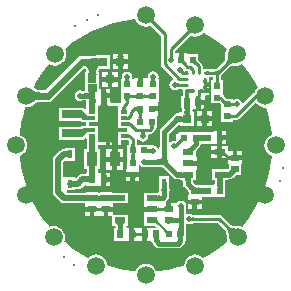
<source format=gbl>
G04*
G04 #@! TF.GenerationSoftware,Altium Limited,Altium Designer,19.1.5 (86)*
G04*
G04 Layer_Physical_Order=2*
G04 Layer_Color=16711680*
%FSAX25Y25*%
%MOIN*%
G70*
G01*
G75*
%ADD11C,0.00787*%
%ADD14C,0.01575*%
%ADD15C,0.01000*%
%ADD16C,0.01181*%
%ADD17C,0.00984*%
%ADD18C,0.05906*%
%ADD19C,0.01968*%
%ADD20R,0.01772X0.02756*%
%ADD21R,0.01968X0.02362*%
%ADD22R,0.02362X0.01968*%
%ADD23R,0.02520X0.02362*%
%ADD24R,0.02362X0.02520*%
%ADD25R,0.03150X0.03150*%
%ADD26R,0.01083X0.00984*%
%ADD27R,0.00984X0.01083*%
%ADD28R,0.00394X0.00394*%
%ADD29R,0.03740X0.01890*%
%ADD30R,0.01968X0.01181*%
%ADD31R,0.06890X0.12205*%
%ADD32R,0.06693X0.02756*%
%ADD33R,0.03543X0.05118*%
%ADD34C,0.01968*%
%ADD35C,0.02362*%
%ADD36C,0.02756*%
%ADD37C,0.00984*%
G36*
X0173546Y0196474D02*
X0176645Y0194500D01*
X0179179Y0192555D01*
X0179536Y0192201D01*
X0179159Y0191291D01*
X0179031Y0190315D01*
X0179047Y0190191D01*
X0179045Y0189892D01*
X0178997Y0189185D01*
X0178956Y0188902D01*
X0178903Y0188647D01*
X0178842Y0188430D01*
X0178774Y0188250D01*
X0178704Y0188108D01*
X0178636Y0188004D01*
X0176383Y0185751D01*
X0176311Y0185693D01*
X0176207Y0185623D01*
X0176102Y0185564D01*
X0175995Y0185514D01*
X0175883Y0185473D01*
X0175767Y0185441D01*
X0175644Y0185417D01*
X0175553Y0185407D01*
X0173374D01*
Y0185423D01*
X0172592D01*
X0172575Y0185427D01*
X0172557Y0185423D01*
X0171431D01*
Y0186378D01*
X0171331Y0186877D01*
X0171048Y0187300D01*
X0170314Y0188034D01*
X0170159Y0188202D01*
X0170052Y0188335D01*
X0170024Y0188374D01*
Y0190472D01*
X0166711D01*
X0166299Y0190685D01*
X0166299Y0190685D01*
X0166299Y0190685D01*
X0165102D01*
Y0188693D01*
X0165275Y0188924D01*
X0165229Y0188839D01*
X0165210Y0188743D01*
X0165216Y0188634D01*
X0165248Y0188513D01*
X0165306Y0188380D01*
X0165389Y0188235D01*
X0165499Y0188077D01*
X0165635Y0187908D01*
X0165983Y0187532D01*
X0165484Y0186639D01*
X0165272Y0186844D01*
X0164897Y0187164D01*
X0164734Y0187279D01*
X0164587Y0187365D01*
X0164456Y0187421D01*
X0164340Y0187447D01*
X0164242Y0187444D01*
X0164159Y0187410D01*
X0164092Y0187347D01*
X0164960Y0188504D01*
X0163528D01*
Y0190685D01*
X0162344D01*
Y0191394D01*
X0167471Y0196521D01*
X0168045Y0196284D01*
X0169021Y0196155D01*
X0169998Y0196284D01*
X0170908Y0196661D01*
X0171689Y0197260D01*
X0171788Y0197389D01*
X0173546Y0196474D01*
D02*
G37*
G36*
X0161533Y0189796D02*
X0161548Y0189606D01*
X0161562Y0189521D01*
X0161579Y0189444D01*
X0161600Y0189374D01*
X0161624Y0189311D01*
X0161652Y0189256D01*
X0161685Y0189208D01*
X0161721Y0189167D01*
X0160343D01*
X0160378Y0189208D01*
X0160410Y0189256D01*
X0160439Y0189311D01*
X0160464Y0189374D01*
X0160484Y0189444D01*
X0160501Y0189521D01*
X0160514Y0189606D01*
X0160524Y0189697D01*
X0160531Y0189903D01*
X0161531D01*
X0161533Y0189796D01*
D02*
G37*
G36*
X0182774Y0187362D02*
X0182349Y0187359D01*
X0181589Y0187308D01*
X0181252Y0187259D01*
X0180945Y0187196D01*
X0180667Y0187117D01*
X0180418Y0187023D01*
X0180198Y0186914D01*
X0180008Y0186790D01*
X0179846Y0186651D01*
X0179139Y0187358D01*
X0179278Y0187519D01*
X0179402Y0187710D01*
X0179511Y0187929D01*
X0179605Y0188178D01*
X0179684Y0188457D01*
X0179747Y0188764D01*
X0179796Y0189101D01*
X0179847Y0189861D01*
X0179850Y0190285D01*
X0182774Y0187362D01*
D02*
G37*
G36*
X0169155Y0188599D02*
X0169127Y0188511D01*
X0169127Y0188409D01*
X0169155Y0188291D01*
X0169211Y0188160D01*
X0169296Y0188013D01*
X0169410Y0187852D01*
X0169552Y0187676D01*
X0169920Y0187280D01*
X0169169Y0186639D01*
X0168969Y0186832D01*
X0168609Y0187138D01*
X0168449Y0187250D01*
X0168303Y0187334D01*
X0168171Y0187391D01*
X0168052Y0187421D01*
X0167947Y0187424D01*
X0167855Y0187399D01*
X0167777Y0187347D01*
X0169212Y0188672D01*
X0169155Y0188599D01*
D02*
G37*
G36*
X0185044Y0186690D02*
X0186988Y0184157D01*
X0188962Y0181058D01*
X0189920Y0179218D01*
X0189661Y0179018D01*
X0189061Y0178237D01*
X0188787Y0177575D01*
X0188730Y0177564D01*
X0188305Y0177279D01*
X0185089Y0174064D01*
X0184611Y0174209D01*
X0184590Y0174313D01*
X0184199Y0174899D01*
X0183613Y0175291D01*
X0182921Y0175428D01*
X0182230Y0175291D01*
X0182004Y0175140D01*
X0181504Y0175394D01*
Y0175394D01*
X0180722D01*
X0180704Y0175397D01*
X0180687Y0175394D01*
X0179683D01*
X0179607Y0175447D01*
X0179349Y0175665D01*
X0178857Y0176157D01*
X0178800Y0176219D01*
X0178535Y0176540D01*
X0178450Y0176661D01*
X0178384Y0176767D01*
X0178342Y0176848D01*
X0178322Y0176897D01*
X0178319Y0176907D01*
X0178315Y0176952D01*
Y0177571D01*
X0178315Y0177677D01*
X0178315D01*
Y0178071D01*
X0178315D01*
Y0181614D01*
X0177659D01*
Y0183315D01*
X0180492Y0186147D01*
X0180597Y0186216D01*
X0180738Y0186286D01*
X0180918Y0186354D01*
X0181136Y0186415D01*
X0181391Y0186468D01*
X0181673Y0186509D01*
X0182380Y0186557D01*
X0182680Y0186559D01*
X0182803Y0186542D01*
X0183780Y0186671D01*
X0184689Y0187048D01*
X0185044Y0186690D01*
D02*
G37*
G36*
X0176936Y0183741D02*
X0176583Y0184095D01*
X0175376Y0184595D01*
X0175573Y0184601D01*
X0175764Y0184623D01*
X0175949Y0184658D01*
X0176129Y0184708D01*
X0176302Y0184771D01*
X0176470Y0184849D01*
X0176632Y0184941D01*
X0176788Y0185047D01*
X0176938Y0185167D01*
X0177083Y0185302D01*
X0176936Y0183741D01*
D02*
G37*
G36*
X0136583Y0187738D02*
X0138146Y0186665D01*
X0137716Y0186642D01*
X0137332Y0186571D01*
X0136993Y0186453D01*
X0136699Y0186287D01*
X0136450Y0186075D01*
X0136247Y0185815D01*
X0136088Y0185508D01*
X0135975Y0185153D01*
X0135929Y0184880D01*
X0135978Y0184161D01*
X0136018Y0183949D01*
X0136067Y0183783D01*
X0136122Y0183665D01*
X0136185Y0183594D01*
X0136256Y0183571D01*
X0133130D01*
X0133205Y0183594D01*
X0133271Y0183665D01*
X0133330Y0183783D01*
X0133381Y0183949D01*
X0133424Y0184161D01*
X0133460Y0184421D01*
X0133488Y0184820D01*
X0133431Y0185153D01*
X0133317Y0185508D01*
X0133157Y0185815D01*
X0132952Y0186075D01*
X0132701Y0186287D01*
X0132404Y0186453D01*
X0132062Y0186571D01*
X0131674Y0186642D01*
X0131240Y0186665D01*
X0134704Y0189028D01*
X0135061Y0189031D01*
X0135906Y0189089D01*
X0136113Y0189123D01*
X0136282Y0189165D01*
X0136414Y0189215D01*
X0136508Y0189272D01*
X0136564Y0189337D01*
X0136583Y0189409D01*
Y0187738D01*
D02*
G37*
G36*
X0172585Y0184618D02*
X0172615Y0184613D01*
X0172665Y0184609D01*
X0173065Y0184597D01*
X0173575Y0184595D01*
Y0183595D01*
X0172575Y0183565D01*
Y0184624D01*
X0172585Y0184618D01*
D02*
G37*
G36*
X0166681Y0183908D02*
X0166337Y0183563D01*
X0165697Y0183563D01*
Y0184646D01*
X0166681D01*
X0166681Y0183908D01*
D02*
G37*
G36*
X0149221Y0201421D02*
X0149821Y0200640D01*
X0150602Y0200040D01*
X0151512Y0199663D01*
X0152488Y0199535D01*
X0153465Y0199663D01*
X0154038Y0199901D01*
X0157435Y0196503D01*
Y0187008D01*
X0157535Y0186505D01*
X0157820Y0186080D01*
X0161589Y0182311D01*
X0161428Y0181764D01*
X0160935Y0181435D01*
X0160544Y0180849D01*
X0160406Y0180157D01*
X0160544Y0179466D01*
X0160935Y0178880D01*
X0161521Y0178489D01*
X0162213Y0178351D01*
X0162904Y0178489D01*
X0163429Y0178840D01*
X0163448Y0178843D01*
X0163477Y0178845D01*
X0164414D01*
X0164815Y0178345D01*
X0164784Y0178189D01*
Y0176503D01*
X0164778Y0176434D01*
X0164769Y0176378D01*
X0164220D01*
Y0175596D01*
X0164217Y0175578D01*
X0164220Y0175561D01*
Y0173100D01*
X0164217Y0173083D01*
X0164220Y0173066D01*
Y0172283D01*
X0164596D01*
X0164604Y0172227D01*
X0164623Y0171948D01*
Y0171643D01*
X0164613Y0171529D01*
X0164585Y0171361D01*
X0164554Y0171242D01*
X0164545Y0171221D01*
X0163866D01*
Y0170992D01*
X0163366Y0170600D01*
X0163039Y0170665D01*
X0162348Y0170527D01*
X0161762Y0170135D01*
X0161371Y0169550D01*
X0161348Y0169438D01*
X0157573Y0165663D01*
X0157225Y0165142D01*
X0157103Y0164528D01*
X0157103Y0164527D01*
Y0159567D01*
X0157035D01*
Y0158889D01*
X0156535Y0158840D01*
X0156519Y0158921D01*
X0156128Y0159507D01*
X0155542Y0159899D01*
X0154850Y0160036D01*
X0154335Y0159934D01*
X0153835Y0160232D01*
Y0160232D01*
X0150398D01*
X0150291Y0160232D01*
X0149898D01*
X0149439Y0160586D01*
Y0161994D01*
X0149744Y0162145D01*
X0149923Y0162169D01*
X0150227Y0161715D01*
X0150813Y0161323D01*
X0151504Y0161186D01*
X0152195Y0161323D01*
X0152781Y0161715D01*
X0153173Y0162301D01*
X0153310Y0162992D01*
X0153264Y0163227D01*
X0153674Y0163727D01*
X0153748D01*
X0154250Y0163827D01*
X0154676Y0164111D01*
X0155503Y0164938D01*
X0155788Y0165364D01*
X0155887Y0165866D01*
X0156346D01*
X0156346Y0169572D01*
X0156559Y0169984D01*
X0156559Y0170215D01*
Y0171378D01*
X0155597D01*
X0155576Y0171345D01*
X0155545Y0171260D01*
X0155535Y0171165D01*
Y0171378D01*
X0154575D01*
Y0172953D01*
X0155535D01*
Y0173165D01*
X0155545Y0173070D01*
X0155576Y0172985D01*
X0155597Y0172953D01*
X0156559D01*
Y0174312D01*
X0156937Y0174606D01*
X0156937Y0174641D01*
Y0178043D01*
X0156937Y0178150D01*
Y0178543D01*
X0156937Y0178650D01*
Y0182087D01*
X0156937D01*
X0156718Y0182587D01*
X0156775Y0182874D01*
X0156637Y0183565D01*
X0156246Y0184151D01*
X0155660Y0184543D01*
X0154969Y0184680D01*
X0154277Y0184543D01*
X0153691Y0184151D01*
X0153300Y0183565D01*
X0153162Y0182874D01*
X0153219Y0182587D01*
X0153128Y0182379D01*
X0152775Y0182260D01*
X0152572Y0182260D01*
X0151425D01*
Y0181310D01*
X0151458Y0181288D01*
X0151543Y0181258D01*
X0151638Y0181248D01*
X0151425D01*
Y0180276D01*
X0149850D01*
Y0181248D01*
X0149638D01*
X0149733Y0181258D01*
X0149818Y0181288D01*
X0149850Y0181310D01*
Y0182260D01*
X0148457D01*
X0148280Y0182169D01*
X0147982Y0182571D01*
X0148035Y0182835D01*
X0147897Y0183526D01*
X0147506Y0184112D01*
X0146920Y0184503D01*
X0146228Y0184641D01*
X0145537Y0184503D01*
X0144951Y0184112D01*
X0144560Y0183526D01*
X0144422Y0182835D01*
X0144479Y0182547D01*
X0144339Y0182047D01*
X0144339D01*
X0144339Y0182047D01*
Y0178610D01*
X0144339Y0178504D01*
Y0178110D01*
X0144339Y0178004D01*
Y0174719D01*
X0144337Y0174566D01*
X0143982Y0174221D01*
X0141114D01*
X0140654Y0174315D01*
Y0175787D01*
X0138472D01*
Y0176575D01*
X0137685D01*
Y0178835D01*
X0137071D01*
Y0180591D01*
X0137055Y0180668D01*
Y0183553D01*
X0137058Y0183571D01*
X0137055Y0183588D01*
Y0183615D01*
X0137057Y0183626D01*
X0137055Y0183632D01*
Y0184370D01*
X0136768D01*
X0136737Y0184840D01*
X0136757Y0184964D01*
X0136833Y0185200D01*
X0136925Y0185380D01*
X0137007Y0185484D01*
X0140508D01*
Y0190209D01*
X0136600D01*
X0136583Y0190212D01*
X0136566Y0190209D01*
X0135784D01*
Y0189885D01*
X0135319Y0189854D01*
X0131240D01*
X0130472Y0189701D01*
X0129821Y0189266D01*
X0119002Y0178447D01*
X0116755D01*
X0116691Y0178453D01*
X0116479Y0178488D01*
X0116283Y0178535D01*
X0116102Y0178595D01*
X0115934Y0178666D01*
X0115778Y0178748D01*
X0115632Y0178842D01*
X0115496Y0178949D01*
X0115417Y0179023D01*
X0115352Y0179107D01*
X0115100Y0179301D01*
X0116015Y0181058D01*
X0117989Y0184157D01*
X0119933Y0186690D01*
X0120287Y0187048D01*
X0121197Y0186671D01*
X0122173Y0186542D01*
X0123150Y0186671D01*
X0124059Y0187048D01*
X0124841Y0187647D01*
X0125440Y0188429D01*
X0125817Y0189339D01*
X0125946Y0190315D01*
X0125817Y0191291D01*
X0125440Y0192201D01*
X0125798Y0192555D01*
X0128331Y0194500D01*
X0131430Y0196474D01*
X0134689Y0198170D01*
X0138084Y0199576D01*
X0141588Y0200681D01*
X0145175Y0201476D01*
X0148818Y0201956D01*
X0148996Y0201964D01*
X0149221Y0201421D01*
D02*
G37*
G36*
X0155472Y0182171D02*
X0155657D01*
X0155622Y0182130D01*
X0155589Y0182082D01*
X0155561Y0182027D01*
X0155536Y0181965D01*
X0155516Y0181895D01*
X0155503Y0181838D01*
X0155514Y0181777D01*
X0155549Y0181647D01*
X0155594Y0181537D01*
X0155649Y0181447D01*
X0155713Y0181377D01*
X0155789Y0181327D01*
X0155874Y0181297D01*
X0155968Y0181287D01*
X0153969D01*
X0154063Y0181297D01*
X0154148Y0181327D01*
X0154224Y0181377D01*
X0154288Y0181447D01*
X0154343Y0181537D01*
X0154388Y0181647D01*
X0154423Y0181777D01*
X0154434Y0181838D01*
X0154421Y0181895D01*
X0154401Y0181965D01*
X0154376Y0182027D01*
X0154348Y0182082D01*
X0154315Y0182130D01*
X0154279Y0182171D01*
X0154465D01*
X0154469Y0182287D01*
X0155468D01*
X0155472Y0182171D01*
D02*
G37*
G36*
X0146809Y0182176D02*
X0146971Y0182189D01*
X0146940Y0182148D01*
X0146912Y0182099D01*
X0146888Y0182043D01*
X0146866Y0181980D01*
X0146848Y0181909D01*
X0146835Y0181840D01*
X0146852Y0181738D01*
X0146887Y0181608D01*
X0146932Y0181498D01*
X0146987Y0181408D01*
X0147052Y0181338D01*
X0147127Y0181288D01*
X0147212Y0181258D01*
X0147307Y0181248D01*
X0145307D01*
X0145402Y0181258D01*
X0145487Y0181288D01*
X0145562Y0181338D01*
X0145627Y0181408D01*
X0145682Y0181498D01*
X0145727Y0181608D01*
X0145762Y0181738D01*
X0145766Y0181764D01*
X0145755Y0181810D01*
X0145732Y0181879D01*
X0145704Y0181940D01*
X0145673Y0181994D01*
X0145638Y0182040D01*
X0145598Y0182079D01*
X0145803Y0182095D01*
X0145807Y0182248D01*
X0146807D01*
X0146809Y0182176D01*
D02*
G37*
G36*
X0176851Y0181625D02*
X0176866Y0181455D01*
X0176892Y0181305D01*
X0176926Y0181175D01*
X0176971Y0181065D01*
X0177026Y0180975D01*
X0177092Y0180905D01*
X0177166Y0180855D01*
X0177251Y0180825D01*
X0177347Y0180815D01*
X0175347D01*
X0175442Y0180825D01*
X0175526Y0180855D01*
X0175601Y0180905D01*
X0175666Y0180975D01*
X0175722Y0181065D01*
X0175767Y0181175D01*
X0175801Y0181305D01*
X0175826Y0181455D01*
X0175841Y0181625D01*
X0175847Y0181815D01*
X0176847D01*
X0176851Y0181625D01*
D02*
G37*
G36*
X0162956Y0180810D02*
X0163004Y0180778D01*
X0163059Y0180750D01*
X0163122Y0180726D01*
X0163192Y0180705D01*
X0163269Y0180688D01*
X0163354Y0180675D01*
X0163445Y0180665D01*
X0163651Y0180657D01*
Y0179657D01*
X0163545Y0179656D01*
X0163354Y0179640D01*
X0163269Y0179627D01*
X0163192Y0179610D01*
X0163122Y0179589D01*
X0163059Y0179565D01*
X0163004Y0179536D01*
X0162956Y0179504D01*
X0162916Y0179469D01*
Y0180846D01*
X0162956Y0180810D01*
D02*
G37*
G36*
X0136268Y0178189D02*
X0135874Y0177795D01*
X0133534D01*
X0133524Y0177805D01*
Y0175354D01*
X0135795D01*
X0135795Y0174247D01*
X0135638Y0174050D01*
Y0171614D01*
X0134024Y0171614D01*
X0133689Y0171614D01*
X0133512Y0171791D01*
Y0175354D01*
X0133519D01*
X0133508Y0175414D01*
X0133461Y0175493D01*
X0133382Y0175562D01*
X0133272Y0175622D01*
X0133130Y0175672D01*
X0132957Y0175714D01*
X0132752Y0175746D01*
X0132516Y0175769D01*
X0131949Y0175787D01*
Y0177362D01*
X0132248Y0177367D01*
X0132752Y0177404D01*
X0132957Y0177436D01*
X0133130Y0177477D01*
X0133272Y0177528D01*
X0133382Y0177588D01*
X0133461Y0177657D01*
X0133508Y0177735D01*
X0133521Y0177808D01*
X0133118Y0178211D01*
Y0180591D01*
X0136268D01*
Y0178189D01*
D02*
G37*
G36*
X0153799Y0175406D02*
X0153789Y0175495D01*
X0153759Y0175576D01*
X0153709Y0175646D01*
X0153639Y0175708D01*
X0153549Y0175760D01*
X0153439Y0175802D01*
X0153309Y0175835D01*
X0153159Y0175859D01*
X0152989Y0175873D01*
X0152803Y0175878D01*
X0152615Y0175873D01*
X0152444Y0175858D01*
X0152292Y0175833D01*
X0152161Y0175798D01*
X0152050Y0175753D01*
X0151958Y0175698D01*
X0151887Y0175633D01*
X0151836Y0175558D01*
X0151806Y0175473D01*
X0151795Y0175378D01*
X0151807Y0177311D01*
X0151817Y0177229D01*
X0151847Y0177155D01*
X0151897Y0177090D01*
X0151967Y0177034D01*
X0152057Y0176986D01*
X0152167Y0176947D01*
X0152297Y0176917D01*
X0152447Y0176895D01*
X0152617Y0176882D01*
X0152803Y0176878D01*
X0152989Y0176883D01*
X0153159Y0176897D01*
X0153309Y0176920D01*
X0153439Y0176953D01*
X0153549Y0176996D01*
X0153639Y0177048D01*
X0153709Y0177109D01*
X0153759Y0177180D01*
X0153789Y0177260D01*
X0153799Y0177350D01*
Y0175406D01*
D02*
G37*
G36*
X0149469Y0175366D02*
X0149459Y0175456D01*
X0149429Y0175536D01*
X0149379Y0175607D01*
X0149309Y0175669D01*
X0149219Y0175721D01*
X0149109Y0175763D01*
X0148979Y0175796D01*
X0148829Y0175820D01*
X0148659Y0175834D01*
X0148472Y0175838D01*
X0148286Y0175834D01*
X0148116Y0175820D01*
X0147966Y0175796D01*
X0147836Y0175763D01*
X0147726Y0175721D01*
X0147636Y0175669D01*
X0147566Y0175607D01*
X0147516Y0175536D01*
X0147486Y0175456D01*
X0147476Y0175366D01*
Y0177311D01*
X0147486Y0177221D01*
X0147516Y0177141D01*
X0147566Y0177070D01*
X0147636Y0177009D01*
X0147726Y0176957D01*
X0147836Y0176914D01*
X0147966Y0176881D01*
X0148116Y0176857D01*
X0148286Y0176843D01*
X0148472Y0176839D01*
X0148659Y0176843D01*
X0148829Y0176857D01*
X0148979Y0176881D01*
X0149109Y0176914D01*
X0149219Y0176957D01*
X0149309Y0177009D01*
X0149379Y0177070D01*
X0149429Y0177141D01*
X0149459Y0177221D01*
X0149469Y0177311D01*
Y0175366D01*
D02*
G37*
G36*
X0166785Y0176535D02*
X0166803Y0176334D01*
X0166832Y0176157D01*
X0166872Y0176004D01*
X0166924Y0175874D01*
X0166988Y0175768D01*
X0167063Y0175685D01*
X0167150Y0175626D01*
X0167248Y0175590D01*
X0167358Y0175578D01*
X0165020D01*
X0165130Y0175590D01*
X0165228Y0175626D01*
X0165315Y0175685D01*
X0165390Y0175768D01*
X0165454Y0175874D01*
X0165506Y0176004D01*
X0165546Y0176157D01*
X0165575Y0176334D01*
X0165593Y0176535D01*
X0165598Y0176760D01*
X0166779D01*
X0166785Y0176535D01*
D02*
G37*
G36*
X0170392Y0176128D02*
X0170419Y0175816D01*
X0170435Y0175740D01*
X0170455Y0175678D01*
X0170479Y0175629D01*
X0170506Y0175594D01*
X0170537Y0175574D01*
X0170571Y0175567D01*
X0169209D01*
X0169243Y0175574D01*
X0169274Y0175594D01*
X0169301Y0175629D01*
X0169325Y0175678D01*
X0169344Y0175740D01*
X0169361Y0175816D01*
X0169373Y0175906D01*
X0169383Y0176010D01*
X0169390Y0176260D01*
X0170390D01*
X0170392Y0176128D01*
D02*
G37*
G36*
X0114973Y0178339D02*
X0115166Y0178188D01*
X0115371Y0178055D01*
X0115589Y0177940D01*
X0115820Y0177842D01*
X0116063Y0177763D01*
X0116319Y0177701D01*
X0116588Y0177656D01*
X0116869Y0177630D01*
X0117163Y0177621D01*
Y0175259D01*
X0116869Y0175250D01*
X0116588Y0175223D01*
X0116319Y0175179D01*
X0116063Y0175117D01*
X0115820Y0175037D01*
X0115589Y0174940D01*
X0115371Y0174825D01*
X0115166Y0174692D01*
X0114973Y0174541D01*
X0114793Y0174373D01*
Y0178507D01*
X0114973Y0178339D01*
D02*
G37*
G36*
X0147212Y0175368D02*
X0147127Y0175338D01*
X0147052Y0175287D01*
X0146987Y0175216D01*
X0146932Y0175125D01*
X0146887Y0175014D01*
X0146852Y0174882D01*
X0146827Y0174731D01*
X0146812Y0174559D01*
X0146807Y0174366D01*
X0145807D01*
X0145802Y0174559D01*
X0145787Y0174731D01*
X0145762Y0174882D01*
X0145727Y0175014D01*
X0145682Y0175125D01*
X0145627Y0175216D01*
X0145562Y0175287D01*
X0145487Y0175338D01*
X0145402Y0175368D01*
X0145307Y0175378D01*
X0147307D01*
X0147212Y0175368D01*
D02*
G37*
G36*
X0177526Y0176767D02*
X0177558Y0176645D01*
X0177611Y0176513D01*
X0177685Y0176370D01*
X0177781Y0176216D01*
X0177897Y0176052D01*
X0178194Y0175691D01*
X0178375Y0175495D01*
X0178569Y0175296D01*
X0178761Y0175111D01*
X0179118Y0174809D01*
X0179278Y0174698D01*
X0179426Y0174613D01*
X0179561Y0174554D01*
X0179684Y0174522D01*
X0179794Y0174515D01*
X0179892Y0174536D01*
X0179977Y0174582D01*
X0178378Y0173377D01*
X0178443Y0173445D01*
X0178476Y0173529D01*
X0178480Y0173630D01*
X0178454Y0173747D01*
X0178397Y0173880D01*
X0178310Y0174030D01*
X0178192Y0174195D01*
X0178045Y0174378D01*
X0177676Y0174773D01*
X0177516Y0174933D01*
Y0176878D01*
X0177526Y0176767D01*
D02*
G37*
G36*
X0139569Y0175311D02*
X0139504Y0175264D01*
X0139447Y0175185D01*
X0139397Y0175075D01*
X0139355Y0174933D01*
X0139321Y0174760D01*
X0139294Y0174555D01*
X0139281Y0174333D01*
X0139291Y0174212D01*
X0139331Y0173974D01*
X0139386Y0173768D01*
X0139457Y0173593D01*
X0139543Y0173450D01*
X0139646Y0173339D01*
X0139764Y0173260D01*
X0139898Y0173212D01*
X0140047Y0173196D01*
X0136898D01*
X0137047Y0173212D01*
X0137181Y0173260D01*
X0137299Y0173339D01*
X0137402Y0173450D01*
X0137488Y0173593D01*
X0137559Y0173768D01*
X0137614Y0173974D01*
X0137654Y0174212D01*
X0137661Y0174299D01*
X0137624Y0174760D01*
X0137590Y0174933D01*
X0137548Y0175075D01*
X0137498Y0175185D01*
X0137441Y0175264D01*
X0137376Y0175311D01*
X0137303Y0175327D01*
X0139641D01*
X0139569Y0175311D01*
D02*
G37*
G36*
X0180714Y0174505D02*
X0180745Y0174424D01*
X0180795Y0174353D01*
X0180865Y0174292D01*
X0180955Y0174240D01*
X0181064Y0174198D01*
X0181194Y0174164D01*
X0181344Y0174141D01*
X0181515Y0174127D01*
X0181599Y0174125D01*
X0181780Y0174139D01*
X0181865Y0174152D01*
X0181942Y0174169D01*
X0182012Y0174190D01*
X0182074Y0174215D01*
X0182130Y0174243D01*
X0182178Y0174275D01*
X0182218Y0174311D01*
Y0172933D01*
X0182178Y0172969D01*
X0182130Y0173001D01*
X0182074Y0173029D01*
X0182012Y0173054D01*
X0181942Y0173075D01*
X0181865Y0173092D01*
X0181780Y0173105D01*
X0181688Y0173115D01*
X0181572Y0173119D01*
X0181515Y0173117D01*
X0181344Y0173103D01*
X0181194Y0173080D01*
X0181064Y0173047D01*
X0180955Y0173004D01*
X0180865Y0172952D01*
X0180795Y0172891D01*
X0180745Y0172820D01*
X0180714Y0172740D01*
X0180704Y0172650D01*
Y0174594D01*
X0180714Y0174505D01*
D02*
G37*
G36*
X0132380Y0185504D02*
X0132480Y0185377D01*
X0132574Y0185197D01*
X0132650Y0184962D01*
X0132667Y0184860D01*
X0132402Y0184370D01*
X0132331D01*
Y0183641D01*
X0132330Y0183640D01*
X0132331Y0183635D01*
Y0183588D01*
X0132327Y0183571D01*
X0132331Y0183553D01*
Y0180668D01*
X0132315Y0180591D01*
Y0178211D01*
X0132315Y0178211D01*
X0132290Y0178180D01*
X0131286D01*
X0131250Y0178204D01*
X0130559Y0178342D01*
X0129868Y0178204D01*
X0129282Y0177813D01*
X0128890Y0177227D01*
X0128753Y0176535D01*
X0128890Y0175844D01*
X0129282Y0175258D01*
X0129868Y0174867D01*
X0130559Y0174729D01*
X0131250Y0174867D01*
X0131404Y0174969D01*
X0132411D01*
X0132464Y0174967D01*
X0132651Y0174949D01*
X0132709Y0174940D01*
Y0172195D01*
X0132215Y0171946D01*
X0131989Y0172108D01*
X0131976Y0172125D01*
Y0172441D01*
X0131251D01*
X0131173Y0172456D01*
X0131173Y0172456D01*
X0131172Y0172456D01*
X0131095Y0172441D01*
X0123709D01*
Y0168110D01*
X0130825D01*
X0131007Y0167928D01*
X0131268Y0167754D01*
X0131575Y0167693D01*
X0132689D01*
Y0166543D01*
X0131559Y0166543D01*
X0131252Y0166482D01*
X0130991Y0166308D01*
X0130991Y0166308D01*
X0130825Y0166142D01*
X0123709D01*
Y0161811D01*
X0131096D01*
X0131173Y0161796D01*
X0131390D01*
X0131390Y0161796D01*
X0131467Y0161811D01*
X0131976D01*
Y0162050D01*
X0132347Y0162420D01*
X0132847Y0162213D01*
Y0158661D01*
X0132055D01*
Y0151969D01*
X0132808D01*
Y0150669D01*
X0132685D01*
Y0150428D01*
X0131346D01*
X0130655Y0150291D01*
X0130069Y0149899D01*
X0129307Y0149137D01*
X0128807Y0149276D01*
Y0149276D01*
X0125538D01*
X0125461Y0149276D01*
X0125038Y0149462D01*
Y0154331D01*
X0125495Y0154787D01*
X0128807D01*
Y0159118D01*
X0125461D01*
Y0158759D01*
X0125106D01*
X0124414Y0158622D01*
X0123828Y0158230D01*
X0121954Y0156356D01*
X0121563Y0155770D01*
X0121425Y0155079D01*
Y0144534D01*
X0121563Y0143842D01*
X0121954Y0143256D01*
X0124086Y0141124D01*
X0124672Y0140733D01*
X0125364Y0140595D01*
X0132354D01*
Y0139409D01*
X0133316D01*
X0133338Y0139442D01*
X0133368Y0139527D01*
X0133378Y0139622D01*
Y0139409D01*
X0134614D01*
Y0138622D01*
X0135402D01*
Y0137453D01*
X0135614D01*
X0135519Y0137443D01*
X0135434Y0137413D01*
X0135402Y0137391D01*
Y0136441D01*
X0136874D01*
Y0136441D01*
X0136961Y0136480D01*
X0138433D01*
Y0138661D01*
X0139220D01*
Y0139449D01*
X0140456D01*
Y0139661D01*
X0140466Y0139566D01*
X0140497Y0139481D01*
X0140519Y0139449D01*
X0141480D01*
Y0140709D01*
X0142148D01*
X0142166Y0140705D01*
X0142183Y0140709D01*
X0146681D01*
Y0144173D01*
X0142183D01*
X0142166Y0144177D01*
X0142148Y0144173D01*
X0141366D01*
X0141268Y0144409D01*
X0140486D01*
X0140468Y0144413D01*
X0140451Y0144409D01*
X0137990D01*
X0137973Y0144413D01*
X0137955Y0144409D01*
X0137173D01*
Y0144409D01*
X0136917Y0144219D01*
X0136661Y0144370D01*
Y0144370D01*
X0135879D01*
X0135862Y0144374D01*
X0135845Y0144370D01*
X0132567D01*
Y0144208D01*
X0126291D01*
X0126110Y0144445D01*
X0126357Y0144945D01*
X0128807D01*
Y0145304D01*
X0129835D01*
X0130526Y0145441D01*
X0131112Y0145833D01*
X0132095Y0146816D01*
X0132685D01*
Y0146575D01*
X0136252D01*
Y0146362D01*
X0137646D01*
Y0148622D01*
Y0150882D01*
X0136421D01*
Y0151969D01*
X0137173D01*
Y0158661D01*
X0136460D01*
Y0160016D01*
X0139102D01*
Y0167118D01*
X0139158D01*
X0138453Y0167738D01*
X0138416Y0167750D01*
X0139258Y0168592D01*
X0139270Y0168554D01*
X0139301Y0168501D01*
X0139351Y0168430D01*
X0139420Y0168343D01*
X0139745Y0167982D01*
X0140243Y0167472D01*
X0139890Y0167118D01*
X0140677D01*
Y0161039D01*
X0143323Y0161028D01*
X0143239Y0161012D01*
X0143164Y0160965D01*
X0143098Y0160886D01*
X0143041Y0160776D01*
X0142992Y0160634D01*
X0142952Y0160461D01*
X0142922Y0160256D01*
X0142900Y0160020D01*
X0142899Y0160016D01*
X0144335D01*
Y0161803D01*
X0146032D01*
X0146043Y0161801D01*
X0146061Y0161803D01*
X0146061D01*
X0146079Y0161800D01*
X0146096Y0161803D01*
X0146569D01*
X0146813Y0161559D01*
Y0160232D01*
X0146354D01*
Y0159450D01*
X0146351Y0159433D01*
X0146354Y0159416D01*
Y0157112D01*
X0146351Y0157095D01*
X0146354Y0157077D01*
Y0156295D01*
X0146354Y0156295D01*
X0146173Y0155878D01*
X0146173D01*
X0146173Y0155870D01*
X0146173Y0152566D01*
X0145961Y0152154D01*
X0145961Y0151923D01*
Y0150957D01*
X0146922D01*
X0146933Y0150971D01*
X0146963Y0151052D01*
X0146973Y0151142D01*
Y0150957D01*
X0150323D01*
Y0152154D01*
X0150110Y0152566D01*
X0150110Y0153310D01*
X0150610Y0153462D01*
X0150778Y0153211D01*
X0151364Y0152819D01*
X0152055Y0152682D01*
X0152746Y0152819D01*
X0152841Y0152883D01*
X0157112D01*
X0157300Y0152862D01*
X0157529Y0152818D01*
X0157748Y0152758D01*
X0157960Y0152680D01*
X0158164Y0152585D01*
X0158362Y0152473D01*
X0158555Y0152342D01*
X0158702Y0152224D01*
X0161825Y0149101D01*
X0161825Y0149101D01*
X0162346Y0148753D01*
X0162961Y0148631D01*
X0163850D01*
X0163886Y0148629D01*
Y0148504D01*
X0164668D01*
X0164685Y0148501D01*
X0164936Y0148104D01*
X0164938Y0148081D01*
Y0147165D01*
X0164938Y0147165D01*
X0165060Y0146551D01*
X0165408Y0146030D01*
X0166178Y0145259D01*
X0166446Y0144972D01*
X0166637Y0144735D01*
X0166779Y0144531D01*
Y0143283D01*
X0166567D01*
Y0141890D01*
X0167530D01*
X0167551Y0141920D01*
X0167581Y0142004D01*
X0167591Y0142099D01*
Y0141890D01*
X0170063D01*
Y0142102D01*
X0170073Y0142007D01*
X0170103Y0141922D01*
X0170125Y0141890D01*
X0171087D01*
Y0142619D01*
X0171465Y0142913D01*
X0172247D01*
X0172264Y0142910D01*
X0172281Y0142913D01*
X0174902D01*
X0175008Y0142913D01*
X0175402D01*
X0175508Y0142913D01*
X0178945D01*
Y0146014D01*
X0178948Y0146028D01*
X0178946Y0146039D01*
X0178948Y0146051D01*
X0178945Y0146068D01*
Y0146850D01*
X0178797D01*
X0178779Y0147137D01*
Y0148081D01*
X0178816Y0148159D01*
X0179031Y0148501D01*
X0179049Y0148504D01*
X0179831D01*
Y0148621D01*
X0179972Y0148631D01*
X0180402D01*
X0180402Y0148631D01*
X0181016Y0148753D01*
X0181537Y0149101D01*
X0182212Y0149776D01*
X0182561Y0150091D01*
X0182596Y0150118D01*
X0184299D01*
Y0153685D01*
X0184512D01*
Y0155079D01*
X0183550D01*
X0183528Y0155046D01*
X0183498Y0154961D01*
X0183488Y0154866D01*
Y0155079D01*
X0182252D01*
Y0155866D01*
X0181465D01*
Y0158047D01*
X0180043D01*
Y0159661D01*
X0177961D01*
Y0158700D01*
X0177993Y0158678D01*
X0178078Y0158648D01*
X0178173Y0158637D01*
X0177961D01*
Y0157717D01*
Y0157139D01*
X0179019Y0158198D01*
X0178964Y0158121D01*
X0178937Y0158030D01*
X0178938Y0157925D01*
X0178967Y0157805D01*
X0179025Y0157670D01*
X0179111Y0157522D01*
X0179226Y0157359D01*
X0179368Y0157182D01*
X0179738Y0156784D01*
X0179031Y0156077D01*
X0178825Y0156276D01*
X0178456Y0156589D01*
X0178293Y0156704D01*
X0178144Y0156790D01*
X0178010Y0156847D01*
X0177961Y0156860D01*
Y0155772D01*
X0179992D01*
Y0153685D01*
X0180205D01*
Y0152380D01*
X0180150Y0152319D01*
X0179831Y0151969D01*
Y0151969D01*
X0179831Y0151969D01*
X0179049D01*
X0179031Y0151972D01*
X0179014Y0151969D01*
X0178990D01*
X0178977Y0151970D01*
X0178971Y0151969D01*
X0174516D01*
Y0148504D01*
X0175491D01*
X0175497Y0148488D01*
X0175529Y0148368D01*
X0175557Y0148199D01*
X0175568Y0148081D01*
Y0147350D01*
X0175402Y0146850D01*
X0175008D01*
X0174902Y0146850D01*
X0172281D01*
X0172264Y0146854D01*
X0172247Y0146850D01*
X0171465D01*
Y0146850D01*
X0170996Y0146767D01*
X0170874Y0146850D01*
Y0146850D01*
X0170092D01*
X0170075Y0146854D01*
X0170057Y0146850D01*
X0169270D01*
X0169240Y0146868D01*
X0169044Y0147004D01*
X0168593Y0147387D01*
X0168149Y0147830D01*
Y0148081D01*
X0168159Y0148199D01*
X0168187Y0148368D01*
X0168219Y0148488D01*
X0168226Y0148504D01*
X0169201D01*
Y0151620D01*
X0169413Y0152032D01*
X0169413Y0152380D01*
Y0153189D01*
X0168437D01*
X0168411Y0153126D01*
X0168401Y0153043D01*
Y0153189D01*
X0166543D01*
Y0154764D01*
X0168401D01*
Y0154909D01*
X0168411Y0154827D01*
X0168437Y0154764D01*
X0169413D01*
Y0155572D01*
X0169413Y0155921D01*
X0169201Y0156333D01*
Y0158015D01*
X0169245Y0158077D01*
X0169682Y0158585D01*
X0170395Y0159298D01*
X0170395Y0159298D01*
X0170743Y0159819D01*
X0170865Y0160433D01*
X0171031Y0160591D01*
X0171465D01*
X0171465Y0160591D01*
X0172247D01*
X0172264Y0160587D01*
X0172281Y0160591D01*
X0174777Y0160591D01*
X0175189Y0160378D01*
X0175420Y0160378D01*
X0176386D01*
Y0161339D01*
X0176371Y0161350D01*
X0176291Y0161380D01*
X0176201Y0161390D01*
X0176386D01*
Y0162559D01*
Y0163728D01*
X0176201D01*
X0176291Y0163738D01*
X0176371Y0163768D01*
X0176386Y0163779D01*
Y0164740D01*
X0175189D01*
X0174777Y0164528D01*
X0172281Y0164527D01*
X0172264Y0164531D01*
X0172247Y0164527D01*
X0171465D01*
Y0164528D01*
X0171031Y0164528D01*
X0171031Y0164527D01*
X0170249D01*
X0170232Y0164531D01*
X0170215Y0164527D01*
X0167595D01*
X0167488Y0164528D01*
X0167095D01*
X0166988Y0164527D01*
X0163551D01*
Y0163989D01*
X0163495Y0163984D01*
X0163330Y0163980D01*
X0163187Y0163947D01*
X0163043Y0163919D01*
X0163034Y0163913D01*
X0163024Y0163910D01*
X0162905Y0163826D01*
X0162783Y0163745D01*
X0162777Y0163736D01*
X0162768Y0163730D01*
X0162690Y0163606D01*
X0162609Y0163484D01*
X0162607Y0163474D01*
X0162601Y0163465D01*
X0162576Y0163321D01*
X0162548Y0163177D01*
Y0162177D01*
X0162576Y0162034D01*
X0162595Y0161924D01*
X0162178Y0161506D01*
X0162055Y0161531D01*
X0161364Y0161393D01*
X0160814Y0161026D01*
X0160628Y0161068D01*
X0160314Y0161208D01*
Y0163863D01*
X0163366Y0166914D01*
X0163866Y0166707D01*
Y0166496D01*
X0164648D01*
X0164665Y0166493D01*
X0164683Y0166496D01*
X0168590D01*
Y0170404D01*
X0168594Y0170421D01*
X0168590Y0170438D01*
Y0171221D01*
X0168147D01*
X0167948Y0171598D01*
X0168179Y0172071D01*
X0169181D01*
Y0174331D01*
X0169968D01*
Y0175118D01*
X0171138D01*
Y0175327D01*
X0171148Y0175233D01*
X0171177Y0175148D01*
X0171198Y0175118D01*
X0172150D01*
Y0176591D01*
X0172626Y0176648D01*
X0173587D01*
Y0177402D01*
X0172095D01*
Y0178677D01*
X0171614D01*
Y0177660D01*
X0171604Y0177665D01*
X0171574Y0177670D01*
X0171524Y0177675D01*
X0171320Y0177681D01*
X0170606Y0177660D01*
Y0178718D01*
X0170616Y0178713D01*
X0170646Y0178708D01*
X0170696Y0178703D01*
X0170900Y0178697D01*
X0171593Y0178718D01*
X0171565Y0179677D01*
X0172095D01*
Y0180638D01*
X0171565D01*
X0171571Y0180648D01*
X0171576Y0180678D01*
X0171580Y0180728D01*
X0171586Y0180932D01*
X0171565Y0181646D01*
X0172624D01*
X0172618Y0181636D01*
X0172613Y0181606D01*
X0172609Y0181556D01*
X0172603Y0181352D01*
X0172615Y0180945D01*
X0173636D01*
Y0181650D01*
X0173636D01*
Y0182782D01*
X0175034D01*
Y0181614D01*
X0174378D01*
Y0178071D01*
X0174378Y0178071D01*
Y0177677D01*
X0174378D01*
X0174378Y0177571D01*
Y0174134D01*
X0177167D01*
X0177274Y0174028D01*
X0177439Y0173851D01*
X0177552Y0173711D01*
X0177567Y0173689D01*
Y0171850D01*
X0177567D01*
Y0171457D01*
X0177567D01*
Y0167913D01*
X0180687D01*
X0180704Y0167910D01*
X0180722Y0167913D01*
X0181504D01*
Y0168372D01*
X0182567D01*
X0183069Y0168472D01*
X0183495Y0168757D01*
X0188855Y0174116D01*
X0189353Y0174083D01*
X0189661Y0173683D01*
X0190442Y0173084D01*
X0191352Y0172707D01*
X0192328Y0172578D01*
X0192628Y0172618D01*
X0193169Y0170900D01*
X0193964Y0167313D01*
X0194444Y0163671D01*
X0194454Y0163437D01*
X0193881Y0163200D01*
X0193100Y0162601D01*
X0192501Y0161819D01*
X0192124Y0160909D01*
X0191995Y0159933D01*
X0192124Y0158957D01*
X0192501Y0158047D01*
X0193100Y0157266D01*
X0193881Y0156666D01*
X0194448Y0156431D01*
X0194444Y0156329D01*
X0193964Y0152687D01*
X0193169Y0149100D01*
X0192308Y0146368D01*
X0192311Y0146368D01*
X0192307Y0146364D01*
X0192064Y0145596D01*
X0190658Y0142201D01*
X0188962Y0138942D01*
X0186988Y0135843D01*
X0184751Y0132928D01*
X0184597Y0132760D01*
X0184173Y0132935D01*
X0183197Y0133064D01*
X0183073Y0133047D01*
X0182773Y0133050D01*
X0182067Y0133098D01*
X0181784Y0133138D01*
X0181529Y0133191D01*
X0181312Y0133253D01*
X0181132Y0133320D01*
X0180990Y0133391D01*
X0180886Y0133459D01*
X0177983Y0136361D01*
X0177557Y0136646D01*
X0177055Y0136746D01*
X0168307D01*
X0168299Y0136747D01*
X0168272Y0136751D01*
X0167746Y0137102D01*
X0167055Y0137239D01*
X0166364Y0137102D01*
X0166267Y0137037D01*
X0165826Y0137273D01*
Y0138899D01*
X0165889Y0138994D01*
X0166027Y0139685D01*
X0165889Y0140376D01*
X0165498Y0140962D01*
X0164912Y0141354D01*
X0164220Y0141491D01*
X0163529Y0141354D01*
X0162943Y0140962D01*
X0162922Y0140930D01*
X0162425Y0140921D01*
X0162425Y0140921D01*
X0162425Y0140921D01*
X0160953D01*
Y0139951D01*
X0160958Y0139947D01*
X0161035Y0139919D01*
X0161122Y0139909D01*
X0160953D01*
Y0138740D01*
X0159378D01*
Y0139909D01*
X0159209D01*
X0159295Y0139919D01*
X0159373Y0139947D01*
X0159378Y0139951D01*
Y0141274D01*
X0159330Y0141421D01*
X0159844Y0141936D01*
X0160192Y0142456D01*
X0160314Y0143071D01*
Y0144332D01*
X0160378Y0144427D01*
X0160515Y0145118D01*
X0160382Y0145787D01*
Y0146176D01*
X0160385Y0146193D01*
X0160382Y0146210D01*
Y0149724D01*
X0157035D01*
Y0146210D01*
X0157032Y0146193D01*
X0157035Y0146176D01*
Y0145787D01*
X0156902Y0145118D01*
X0156991Y0144673D01*
X0156677Y0144208D01*
X0156619Y0144173D01*
X0156529D01*
X0156512Y0144177D01*
X0156494Y0144173D01*
X0151996D01*
Y0141058D01*
X0151783Y0140646D01*
X0151784Y0140297D01*
Y0139488D01*
X0154654D01*
Y0137913D01*
X0151784D01*
Y0137105D01*
X0151783Y0136756D01*
X0151996Y0136344D01*
Y0133228D01*
X0155520D01*
X0155712Y0133065D01*
X0155992Y0132785D01*
X0155801Y0132323D01*
X0154354D01*
Y0132535D01*
X0152961D01*
Y0130276D01*
Y0128016D01*
X0154354D01*
X0154469Y0127653D01*
X0154817Y0127132D01*
X0155880Y0126069D01*
X0156401Y0125721D01*
X0157016Y0125599D01*
X0157016Y0125599D01*
X0163231D01*
X0163231Y0125599D01*
X0163846Y0125721D01*
X0164366Y0126069D01*
X0165198Y0126901D01*
X0165546Y0127422D01*
X0165653Y0127957D01*
X0165835Y0128386D01*
X0165835Y0128386D01*
X0165835Y0128386D01*
Y0129120D01*
X0165836Y0129124D01*
X0165835Y0129133D01*
Y0129168D01*
X0165838Y0129185D01*
X0165835Y0129202D01*
Y0131506D01*
X0165838Y0131523D01*
X0165837Y0131530D01*
X0165838Y0131537D01*
X0165835Y0131728D01*
Y0132323D01*
X0165826D01*
Y0133593D01*
X0166267Y0133829D01*
X0166364Y0133764D01*
X0167055Y0133627D01*
X0167746Y0133764D01*
X0168272Y0134115D01*
X0168290Y0134118D01*
X0168319Y0134121D01*
X0176511D01*
X0179029Y0131603D01*
X0179097Y0131498D01*
X0179168Y0131356D01*
X0179235Y0131177D01*
X0179297Y0130959D01*
X0179350Y0130704D01*
X0179391Y0130421D01*
X0179438Y0129715D01*
X0179441Y0129415D01*
X0179424Y0129291D01*
X0179553Y0128315D01*
X0179728Y0127892D01*
X0179560Y0127737D01*
X0176645Y0125501D01*
X0173546Y0123526D01*
X0171700Y0122565D01*
X0170953Y0123139D01*
X0170043Y0123516D01*
X0169067Y0123644D01*
X0168090Y0123516D01*
X0167180Y0123139D01*
X0166399Y0122539D01*
X0165799Y0121758D01*
X0165423Y0120848D01*
X0165301Y0119922D01*
X0163389Y0119319D01*
X0159802Y0118524D01*
X0156159Y0118044D01*
X0155953Y0118035D01*
X0155728Y0118579D01*
X0155128Y0119360D01*
X0154347Y0119960D01*
X0153437Y0120337D01*
X0152461Y0120465D01*
X0151484Y0120337D01*
X0150574Y0119960D01*
X0149793Y0119360D01*
X0149194Y0118579D01*
X0148969Y0118038D01*
X0148818Y0118044D01*
X0145175Y0118524D01*
X0141588Y0119319D01*
X0139629Y0119937D01*
X0139511Y0120831D01*
X0139134Y0121740D01*
X0138535Y0122522D01*
X0137754Y0123121D01*
X0136844Y0123498D01*
X0135867Y0123627D01*
X0134891Y0123498D01*
X0133981Y0123121D01*
X0133265Y0122571D01*
X0131430Y0123526D01*
X0128331Y0125501D01*
X0125417Y0127737D01*
X0125248Y0127892D01*
X0125423Y0128315D01*
X0125552Y0129291D01*
X0125423Y0130268D01*
X0125047Y0131177D01*
X0124447Y0131959D01*
X0123666Y0132558D01*
X0122756Y0132935D01*
X0121780Y0133064D01*
X0120803Y0132935D01*
X0120380Y0132760D01*
X0120225Y0132928D01*
X0117989Y0135843D01*
X0116015Y0138942D01*
X0114318Y0142201D01*
X0112912Y0145596D01*
X0111807Y0149100D01*
X0111012Y0152687D01*
X0110532Y0156329D01*
X0110527Y0156442D01*
X0111067Y0156666D01*
X0111849Y0157266D01*
X0112448Y0158047D01*
X0112825Y0158957D01*
X0112953Y0159933D01*
X0112825Y0160909D01*
X0112448Y0161819D01*
X0111849Y0162601D01*
X0111067Y0163200D01*
X0110522Y0163426D01*
X0110532Y0163671D01*
X0111012Y0167313D01*
X0111807Y0170900D01*
X0112377Y0172708D01*
X0112685Y0172667D01*
X0113661Y0172796D01*
X0114571Y0173173D01*
X0115352Y0173772D01*
X0115417Y0173857D01*
X0115496Y0173931D01*
X0115632Y0174037D01*
X0115778Y0174131D01*
X0115934Y0174214D01*
X0116102Y0174285D01*
X0116283Y0174344D01*
X0116479Y0174392D01*
X0116691Y0174427D01*
X0116755Y0174433D01*
X0119834D01*
X0120602Y0174586D01*
X0121253Y0175021D01*
X0131965Y0185733D01*
X0132380Y0185504D01*
D02*
G37*
G36*
X0145611Y0172444D02*
X0145625Y0172274D01*
X0145649Y0172124D01*
X0145682Y0171994D01*
X0145724Y0171884D01*
X0145776Y0171794D01*
X0145838Y0171724D01*
X0145909Y0171674D01*
X0145989Y0171644D01*
X0146079Y0171634D01*
X0144134D01*
X0144224Y0171644D01*
X0144304Y0171674D01*
X0144375Y0171724D01*
X0144436Y0171794D01*
X0144488Y0171884D01*
X0144531Y0171994D01*
X0144564Y0172124D01*
X0144587Y0172274D01*
X0144602Y0172444D01*
X0144606Y0172634D01*
X0145606D01*
X0145611Y0172444D01*
D02*
G37*
G36*
X0149666Y0171165D02*
X0149655Y0171260D01*
X0149626Y0171345D01*
X0149575Y0171420D01*
X0149505Y0171485D01*
X0149416Y0171540D01*
X0149305Y0171585D01*
X0149176Y0171620D01*
X0149025Y0171645D01*
X0148855Y0171660D01*
X0148666Y0171665D01*
Y0172665D01*
X0148855Y0172670D01*
X0149025Y0172685D01*
X0149176Y0172710D01*
X0149305Y0172745D01*
X0149416Y0172790D01*
X0149505Y0172845D01*
X0149575Y0172910D01*
X0149626Y0172985D01*
X0149655Y0173070D01*
X0149666Y0173165D01*
Y0171165D01*
D02*
G37*
G36*
X0167293Y0173067D02*
X0167235Y0173020D01*
X0167183Y0172941D01*
X0167139Y0172831D01*
X0167101Y0172689D01*
X0167070Y0172516D01*
X0167047Y0172311D01*
X0167020Y0171826D01*
X0167024Y0171697D01*
X0167047Y0171429D01*
X0167086Y0171193D01*
X0167140Y0170988D01*
X0167210Y0170815D01*
X0167295Y0170673D01*
X0167396Y0170563D01*
X0167512Y0170484D01*
X0167644Y0170437D01*
X0167791Y0170421D01*
X0164665D01*
X0164813Y0170437D01*
X0164945Y0170484D01*
X0165061Y0170563D01*
X0165162Y0170673D01*
X0165247Y0170815D01*
X0165317Y0170988D01*
X0165371Y0171193D01*
X0165410Y0171429D01*
X0165433Y0171697D01*
X0165436Y0171815D01*
X0165403Y0172311D01*
X0165374Y0172516D01*
X0165336Y0172689D01*
X0165289Y0172831D01*
X0165235Y0172941D01*
X0165172Y0173020D01*
X0165100Y0173067D01*
X0165020Y0173083D01*
X0167358D01*
X0167293Y0173067D01*
D02*
G37*
G36*
X0151520Y0170986D02*
X0151440Y0170956D01*
X0151369Y0170906D01*
X0151308Y0170836D01*
X0151256Y0170746D01*
X0151213Y0170636D01*
X0151180Y0170506D01*
X0151157Y0170356D01*
X0151143Y0170186D01*
X0151138Y0170000D01*
X0151143Y0169814D01*
X0151157Y0169644D01*
X0151180Y0169494D01*
X0151213Y0169364D01*
X0151256Y0169254D01*
X0151308Y0169164D01*
X0151369Y0169094D01*
X0151440Y0169044D01*
X0151520Y0169014D01*
X0151610Y0169004D01*
X0149666D01*
X0149755Y0169014D01*
X0149836Y0169044D01*
X0149906Y0169094D01*
X0149968Y0169164D01*
X0150020Y0169254D01*
X0150062Y0169364D01*
X0150095Y0169494D01*
X0150119Y0169644D01*
X0150133Y0169814D01*
X0150138Y0170000D01*
X0150133Y0170186D01*
X0150119Y0170356D01*
X0150095Y0170506D01*
X0150062Y0170636D01*
X0150020Y0170746D01*
X0149968Y0170836D01*
X0149906Y0170906D01*
X0149836Y0170956D01*
X0149755Y0170986D01*
X0149666Y0170996D01*
X0151610D01*
X0151520Y0170986D01*
D02*
G37*
G36*
X0180714Y0170568D02*
X0180745Y0170487D01*
X0180795Y0170416D01*
X0180865Y0170355D01*
X0180955Y0170303D01*
X0181064Y0170261D01*
X0181194Y0170228D01*
X0181344Y0170204D01*
X0181515Y0170190D01*
X0181704Y0170185D01*
Y0169185D01*
X0181515Y0169180D01*
X0181344Y0169166D01*
X0181194Y0169142D01*
X0181064Y0169109D01*
X0180955Y0169067D01*
X0180865Y0169015D01*
X0180795Y0168954D01*
X0180745Y0168883D01*
X0180714Y0168802D01*
X0180704Y0168713D01*
Y0170657D01*
X0180714Y0170568D01*
D02*
G37*
G36*
X0146085Y0169650D02*
X0146105Y0169637D01*
X0146137Y0169625D01*
X0146183Y0169615D01*
X0146242Y0169606D01*
X0146399Y0169594D01*
X0146732Y0169587D01*
Y0168587D01*
X0146608Y0168586D01*
X0146183Y0168558D01*
X0146137Y0168548D01*
X0146105Y0168536D01*
X0146085Y0168523D01*
X0146079Y0168508D01*
Y0169665D01*
X0146085Y0169650D01*
D02*
G37*
G36*
X0133153Y0169677D02*
X0133709Y0169677D01*
Y0168496D01*
X0131575D01*
X0131173Y0168898D01*
X0131173Y0171653D01*
X0133153Y0169677D01*
D02*
G37*
G36*
X0136457Y0167622D02*
X0136645Y0167618D01*
Y0166618D01*
X0136457Y0166617D01*
Y0166118D01*
X0136447Y0166213D01*
X0136417Y0166298D01*
X0136367Y0166373D01*
X0136297Y0166438D01*
X0136207Y0166493D01*
X0136097Y0166538D01*
X0135967Y0166573D01*
X0135911Y0166582D01*
X0135686Y0166568D01*
X0135655Y0166554D01*
X0135645Y0166540D01*
Y0166613D01*
X0135457Y0166618D01*
Y0167618D01*
X0135645Y0167623D01*
Y0167697D01*
X0135655Y0167682D01*
X0135686Y0167668D01*
X0135735Y0167657D01*
X0135805Y0167646D01*
X0135847Y0167643D01*
X0135967Y0167663D01*
X0136097Y0167698D01*
X0136207Y0167743D01*
X0136297Y0167798D01*
X0136367Y0167863D01*
X0136417Y0167938D01*
X0136447Y0168023D01*
X0136457Y0168118D01*
Y0167622D01*
D02*
G37*
G36*
X0164665Y0167296D02*
X0164650Y0167443D01*
X0164602Y0167575D01*
X0164524Y0167691D01*
X0164414Y0167792D01*
X0164272Y0167877D01*
X0164099Y0167947D01*
X0163894Y0168001D01*
X0163658Y0168040D01*
X0163390Y0168063D01*
X0163091Y0168071D01*
Y0169646D01*
X0163390Y0169653D01*
X0163658Y0169677D01*
X0163894Y0169715D01*
X0164099Y0169770D01*
X0164272Y0169840D01*
X0164414Y0169925D01*
X0164524Y0170026D01*
X0164602Y0170142D01*
X0164650Y0170274D01*
X0164665Y0170421D01*
Y0167296D01*
D02*
G37*
G36*
X0146089Y0167682D02*
X0146119Y0167668D01*
X0146169Y0167657D01*
X0146239Y0167646D01*
X0146439Y0167631D01*
X0147079Y0167618D01*
Y0166618D01*
X0146889Y0166617D01*
X0146119Y0166568D01*
X0146089Y0166554D01*
X0146079Y0166540D01*
Y0167697D01*
X0146089Y0167682D01*
D02*
G37*
G36*
X0155317Y0166669D02*
X0155266Y0166645D01*
X0155221Y0166604D01*
X0155183Y0166548D01*
X0155150Y0166475D01*
X0155123Y0166385D01*
X0155102Y0166280D01*
X0155087Y0166158D01*
X0155078Y0166020D01*
X0155075Y0165866D01*
X0154075D01*
X0154072Y0166020D01*
X0154048Y0166280D01*
X0154027Y0166385D01*
X0154000Y0166475D01*
X0153967Y0166548D01*
X0153928Y0166604D01*
X0153883Y0166645D01*
X0153832Y0166669D01*
X0153775Y0166677D01*
X0155374D01*
X0155317Y0166669D01*
D02*
G37*
G36*
X0143321Y0166055D02*
X0143351Y0165970D01*
X0143402Y0165895D01*
X0143473Y0165830D01*
X0143564Y0165775D01*
X0143675Y0165730D01*
X0143807Y0165695D01*
X0143864Y0165685D01*
X0144094Y0165700D01*
X0144124Y0165713D01*
X0144134Y0165728D01*
Y0165655D01*
X0144323Y0165650D01*
Y0164650D01*
X0144134Y0164645D01*
Y0164571D01*
X0144124Y0164586D01*
X0144094Y0164599D01*
X0144044Y0164611D01*
X0143974Y0164621D01*
X0143929Y0164625D01*
X0143807Y0164605D01*
X0143675Y0164570D01*
X0143564Y0164525D01*
X0143473Y0164470D01*
X0143402Y0164405D01*
X0143351Y0164330D01*
X0143321Y0164245D01*
X0143311Y0164150D01*
Y0164646D01*
X0143134Y0164650D01*
Y0165650D01*
X0143311Y0165650D01*
Y0166150D01*
X0143321Y0166055D01*
D02*
G37*
G36*
X0152006Y0164324D02*
X0152021Y0164133D01*
X0152034Y0164049D01*
X0152051Y0163971D01*
X0152072Y0163902D01*
X0152096Y0163839D01*
X0152125Y0163784D01*
X0152157Y0163736D01*
X0152193Y0163695D01*
X0150815D01*
X0150851Y0163736D01*
X0150883Y0163784D01*
X0150911Y0163839D01*
X0150936Y0163902D01*
X0150957Y0163971D01*
X0150974Y0164049D01*
X0150987Y0164133D01*
X0150996Y0164225D01*
X0151004Y0164430D01*
X0152004D01*
X0152006Y0164324D01*
D02*
G37*
G36*
X0172264Y0161390D02*
X0172248Y0161462D01*
X0172201Y0161527D01*
X0172122Y0161585D01*
X0172012Y0161634D01*
X0171870Y0161676D01*
X0171697Y0161711D01*
X0171492Y0161737D01*
X0171285Y0161750D01*
X0170799Y0161711D01*
X0170626Y0161676D01*
X0170484Y0161634D01*
X0170374Y0161585D01*
X0170295Y0161527D01*
X0170248Y0161462D01*
X0170232Y0161390D01*
Y0163728D01*
X0170248Y0163656D01*
X0170295Y0163591D01*
X0170374Y0163533D01*
X0170484Y0163484D01*
X0170626Y0163442D01*
X0170799Y0163408D01*
X0171004Y0163381D01*
X0171211Y0163368D01*
X0171697Y0163408D01*
X0171870Y0163442D01*
X0172012Y0163484D01*
X0172122Y0163533D01*
X0172201Y0163591D01*
X0172248Y0163656D01*
X0172264Y0163728D01*
Y0161390D01*
D02*
G37*
G36*
X0146088Y0163750D02*
X0146116Y0163741D01*
X0146163Y0163734D01*
X0146229Y0163727D01*
X0146540Y0163713D01*
X0147020Y0163709D01*
Y0162709D01*
X0146841Y0162708D01*
X0146229Y0162671D01*
X0146163Y0162657D01*
X0146116Y0162641D01*
X0146088Y0162623D01*
X0146079Y0162602D01*
Y0163760D01*
X0146088Y0163750D01*
D02*
G37*
G36*
X0133716Y0164559D02*
X0133350D01*
X0131390Y0162598D01*
X0131173D01*
Y0165354D01*
X0131559Y0165740D01*
X0133716Y0165740D01*
Y0164559D01*
D02*
G37*
G36*
X0170185Y0161392D02*
X0170156Y0161363D01*
X0170130Y0161315D01*
X0170108Y0161247D01*
X0170090Y0161160D01*
X0170074Y0161053D01*
X0170054Y0160782D01*
X0170047Y0160433D01*
X0168473D01*
X0168471Y0160617D01*
X0168430Y0161160D01*
X0168411Y0161247D01*
X0168389Y0161315D01*
X0168364Y0161363D01*
X0168335Y0161392D01*
X0168303Y0161402D01*
X0170217D01*
X0170185Y0161392D01*
D02*
G37*
G36*
X0148631Y0160243D02*
X0148645Y0160073D01*
X0148669Y0159923D01*
X0148702Y0159793D01*
X0148744Y0159683D01*
X0148796Y0159593D01*
X0148857Y0159523D01*
X0148928Y0159473D01*
X0149009Y0159443D01*
X0149098Y0159433D01*
X0147154D01*
X0147243Y0159443D01*
X0147324Y0159473D01*
X0147395Y0159523D01*
X0147456Y0159593D01*
X0147508Y0159683D01*
X0147550Y0159793D01*
X0147583Y0159923D01*
X0147607Y0160073D01*
X0147621Y0160243D01*
X0147626Y0160433D01*
X0148626D01*
X0148631Y0160243D01*
D02*
G37*
G36*
X0159582Y0158767D02*
X0157835D01*
X0157851Y0158783D01*
X0157866Y0158830D01*
X0157879Y0158909D01*
X0157890Y0159019D01*
X0157913Y0159539D01*
X0157921Y0160342D01*
X0159496D01*
X0159582Y0158767D01*
D02*
G37*
G36*
X0169515Y0159575D02*
X0169160Y0159209D01*
X0168613Y0158573D01*
X0168420Y0158303D01*
X0168280Y0158065D01*
X0168195Y0157858D01*
X0168163Y0157683D01*
X0168184Y0157539D01*
X0168260Y0157428D01*
X0168389Y0157348D01*
X0165249Y0158637D01*
X0165412Y0158591D01*
X0165588Y0158580D01*
X0165777Y0158604D01*
X0165980Y0158664D01*
X0166196Y0158758D01*
X0166426Y0158889D01*
X0166668Y0159054D01*
X0166924Y0159255D01*
X0167194Y0159491D01*
X0167476Y0159763D01*
X0169515Y0159575D01*
D02*
G37*
G36*
X0149012Y0157085D02*
X0148934Y0157055D01*
X0148865Y0157005D01*
X0148806Y0156935D01*
X0148756Y0156845D01*
X0148715Y0156735D01*
X0148683Y0156605D01*
X0148660Y0156455D01*
X0148646Y0156285D01*
X0148642Y0156095D01*
X0147642D01*
X0147637Y0156285D01*
X0147622Y0156455D01*
X0147598Y0156605D01*
X0147564Y0156735D01*
X0147520Y0156845D01*
X0147466Y0156935D01*
X0147403Y0157005D01*
X0147329Y0157055D01*
X0147247Y0157085D01*
X0147154Y0157095D01*
X0149098D01*
X0149012Y0157085D01*
D02*
G37*
G36*
X0148647Y0155886D02*
X0148662Y0155714D01*
X0148687Y0155562D01*
X0148722Y0155431D01*
X0148767Y0155320D01*
X0148822Y0155228D01*
X0148887Y0155158D01*
X0148962Y0155107D01*
X0149047Y0155077D01*
X0149142Y0155067D01*
X0147142D01*
X0147237Y0155077D01*
X0147322Y0155107D01*
X0147397Y0155158D01*
X0147462Y0155228D01*
X0147517Y0155320D01*
X0147562Y0155431D01*
X0147597Y0155562D01*
X0147622Y0155714D01*
X0147637Y0155886D01*
X0147642Y0156079D01*
X0148642D01*
X0148647Y0155886D01*
D02*
G37*
G36*
X0181016Y0154866D02*
X0181006Y0154961D01*
X0180976Y0155046D01*
X0180925Y0155121D01*
X0180854Y0155186D01*
X0180763Y0155241D01*
X0180652Y0155286D01*
X0180520Y0155321D01*
X0180368Y0155346D01*
X0180196Y0155361D01*
X0180004Y0155366D01*
Y0156366D01*
X0180196Y0156371D01*
X0180368Y0156386D01*
X0180520Y0156411D01*
X0180652Y0156446D01*
X0180763Y0156491D01*
X0180854Y0156546D01*
X0180925Y0156611D01*
X0180976Y0156686D01*
X0181006Y0156771D01*
X0181016Y0156866D01*
Y0154866D01*
D02*
G37*
G36*
X0159496Y0156389D02*
X0159507Y0156079D01*
X0159512Y0156036D01*
X0159582D01*
X0159566Y0156020D01*
X0159551Y0155974D01*
X0159538Y0155896D01*
X0159533Y0155845D01*
X0159541Y0155778D01*
X0159596Y0155486D01*
X0159674Y0155203D01*
X0159774Y0154930D01*
X0159897Y0154665D01*
X0160042Y0154410D01*
X0160209Y0154165D01*
X0160398Y0153928D01*
X0160610Y0153701D01*
X0159496Y0152587D01*
X0159269Y0152799D01*
X0159032Y0152988D01*
X0158786Y0153155D01*
X0158531Y0153300D01*
X0158267Y0153422D01*
X0157994Y0153523D01*
X0157711Y0153601D01*
X0157419Y0153656D01*
X0157118Y0153690D01*
X0156808Y0153701D01*
X0156346Y0155276D01*
X0156646Y0155291D01*
X0156913Y0155339D01*
X0157150Y0155417D01*
X0157354Y0155528D01*
X0157528Y0155669D01*
X0157669Y0155842D01*
X0157780Y0156047D01*
X0157858Y0156283D01*
X0157905Y0156551D01*
X0157921Y0156850D01*
X0159496Y0156389D01*
D02*
G37*
G36*
X0182445Y0150929D02*
X0182409Y0150938D01*
X0182351Y0150920D01*
X0182270Y0150875D01*
X0182167Y0150803D01*
X0182042Y0150704D01*
X0181533Y0150245D01*
X0181083Y0149804D01*
X0180402Y0150395D01*
Y0149449D01*
X0180141Y0149447D01*
X0179155Y0149378D01*
X0179086Y0149356D01*
X0179045Y0149331D01*
X0179031Y0149303D01*
Y0151169D01*
X0179045Y0151142D01*
X0179086Y0151117D01*
X0179155Y0151095D01*
X0179251Y0151076D01*
X0179374Y0151060D01*
X0179703Y0151037D01*
X0180080Y0151030D01*
X0180127Y0151078D01*
X0180967Y0152032D01*
X0181011Y0152111D01*
X0181027Y0152168D01*
X0181016Y0152201D01*
X0182445Y0150929D01*
D02*
G37*
G36*
X0164685Y0149303D02*
X0164670Y0149331D01*
X0164622Y0149356D01*
X0164543Y0149378D01*
X0164433Y0149397D01*
X0164292Y0149412D01*
X0163677Y0149443D01*
X0163110Y0149449D01*
Y0151024D01*
X0163410Y0151025D01*
X0164543Y0151095D01*
X0164622Y0151117D01*
X0164670Y0151142D01*
X0164685Y0151169D01*
Y0149303D01*
D02*
G37*
G36*
X0178598Y0149300D02*
X0178465Y0149252D01*
X0178347Y0149172D01*
X0178244Y0149062D01*
X0178157Y0148919D01*
X0178087Y0148744D01*
X0178032Y0148538D01*
X0177992Y0148300D01*
X0177969Y0148030D01*
X0177961Y0147729D01*
X0176386D01*
X0176378Y0148030D01*
X0176354Y0148300D01*
X0176315Y0148538D01*
X0176260Y0148744D01*
X0176189Y0148919D01*
X0176102Y0149062D01*
X0176000Y0149172D01*
X0175882Y0149252D01*
X0175748Y0149300D01*
X0175598Y0149315D01*
X0178748D01*
X0178598Y0149300D01*
D02*
G37*
G36*
X0167968Y0149300D02*
X0167835Y0149252D01*
X0167717Y0149172D01*
X0167614Y0149061D01*
X0167527Y0148919D01*
X0167457Y0148744D01*
X0167402Y0148538D01*
X0167362Y0148300D01*
X0167339Y0148030D01*
X0167331Y0147729D01*
X0165756D01*
X0165748Y0148030D01*
X0165724Y0148300D01*
X0165685Y0148538D01*
X0165630Y0148744D01*
X0165559Y0148919D01*
X0165472Y0149061D01*
X0165370Y0149172D01*
X0165252Y0149252D01*
X0165118Y0149300D01*
X0164969Y0149315D01*
X0168118D01*
X0167968Y0149300D01*
D02*
G37*
G36*
X0177963Y0147327D02*
X0178027Y0146303D01*
X0178051Y0146193D01*
X0178079Y0146114D01*
X0178110Y0146067D01*
X0178146Y0146051D01*
X0176201D01*
X0176236Y0146067D01*
X0176268Y0146114D01*
X0176295Y0146193D01*
X0176319Y0146303D01*
X0176340Y0146445D01*
X0176369Y0146823D01*
X0176386Y0147626D01*
X0177961D01*
X0177963Y0147327D01*
D02*
G37*
G36*
X0159566Y0146182D02*
X0159551Y0146150D01*
X0159538Y0146096D01*
X0159527Y0146021D01*
X0159510Y0145806D01*
X0159497Y0145322D01*
X0159496Y0145118D01*
X0157921D01*
X0157920Y0145322D01*
X0157866Y0146150D01*
X0157851Y0146182D01*
X0157835Y0146193D01*
X0159582D01*
X0159566Y0146182D01*
D02*
G37*
G36*
X0167978Y0146855D02*
X0168554Y0146367D01*
X0168809Y0146189D01*
X0169043Y0146055D01*
X0169255Y0145964D01*
X0169445Y0145917D01*
X0169613Y0145914D01*
X0169760Y0145955D01*
X0169885Y0146039D01*
X0167591Y0143903D01*
X0167682Y0144020D01*
X0167728Y0144162D01*
X0167729Y0144326D01*
X0167685Y0144514D01*
X0167595Y0144725D01*
X0167459Y0144959D01*
X0167279Y0145217D01*
X0167053Y0145498D01*
X0166465Y0146130D01*
X0167658Y0147164D01*
X0167978Y0146855D01*
D02*
G37*
G36*
X0170090Y0145978D02*
X0170138Y0145914D01*
X0170216Y0145856D01*
X0170327Y0145807D01*
X0170468Y0145765D01*
X0170642Y0145730D01*
X0170846Y0145704D01*
X0171143Y0145686D01*
X0171697Y0145730D01*
X0171870Y0145765D01*
X0172012Y0145807D01*
X0172122Y0145856D01*
X0172201Y0145914D01*
X0172248Y0145978D01*
X0172264Y0146051D01*
Y0143713D01*
X0172248Y0143785D01*
X0172201Y0143850D01*
X0172122Y0143907D01*
X0172012Y0143957D01*
X0171870Y0143999D01*
X0171697Y0144033D01*
X0171492Y0144060D01*
X0171195Y0144078D01*
X0170642Y0144033D01*
X0170468Y0143999D01*
X0170327Y0143957D01*
X0170216Y0143907D01*
X0170138Y0143850D01*
X0170090Y0143785D01*
X0170075Y0143713D01*
Y0146051D01*
X0170090Y0145978D01*
D02*
G37*
G36*
X0137973Y0141272D02*
X0137957Y0141344D01*
X0137910Y0141409D01*
X0137831Y0141466D01*
X0137721Y0141516D01*
X0137579Y0141558D01*
X0137406Y0141593D01*
X0137201Y0141619D01*
X0136931Y0141636D01*
X0136634Y0141616D01*
X0136429Y0141586D01*
X0136256Y0141548D01*
X0136114Y0141502D01*
X0136004Y0141447D01*
X0135925Y0141384D01*
X0135878Y0141313D01*
X0135862Y0141233D01*
Y0143571D01*
X0135878Y0143506D01*
X0135925Y0143447D01*
X0136004Y0143396D01*
X0136114Y0143352D01*
X0136256Y0143314D01*
X0136429Y0143283D01*
X0136634Y0143259D01*
X0136871Y0143246D01*
X0137406Y0143289D01*
X0137579Y0143324D01*
X0137721Y0143366D01*
X0137831Y0143415D01*
X0137910Y0143473D01*
X0137957Y0143537D01*
X0137973Y0143610D01*
Y0141272D01*
D02*
G37*
G36*
X0156527Y0143346D02*
X0156574Y0143322D01*
X0156653Y0143300D01*
X0156762Y0143281D01*
X0156903Y0143265D01*
X0157515Y0143234D01*
X0158079Y0143228D01*
Y0141654D01*
X0157781Y0141652D01*
X0156653Y0141582D01*
X0156574Y0141560D01*
X0156527Y0141536D01*
X0156512Y0141508D01*
Y0143374D01*
X0156527Y0143346D01*
D02*
G37*
G36*
X0140484Y0143537D02*
X0140531Y0143473D01*
X0140610Y0143415D01*
X0140720Y0143366D01*
X0140862Y0143324D01*
X0141035Y0143289D01*
X0141240Y0143263D01*
X0141333Y0143257D01*
X0142024Y0143300D01*
X0142103Y0143322D01*
X0142150Y0143346D01*
X0142166Y0143374D01*
Y0141508D01*
X0142150Y0141536D01*
X0142103Y0141560D01*
X0142024Y0141582D01*
X0141914Y0141601D01*
X0141772Y0141617D01*
X0141505Y0141630D01*
X0141035Y0141593D01*
X0140862Y0141558D01*
X0140720Y0141516D01*
X0140610Y0141466D01*
X0140531Y0141409D01*
X0140484Y0141344D01*
X0140468Y0141272D01*
Y0143610D01*
X0140484Y0143537D01*
D02*
G37*
G36*
X0156522Y0139551D02*
X0156552Y0139478D01*
X0156602Y0139413D01*
X0156672Y0139357D01*
X0156762Y0139309D01*
X0156872Y0139270D01*
X0157002Y0139240D01*
X0157152Y0139218D01*
X0157322Y0139205D01*
X0157512Y0139201D01*
Y0138201D01*
X0157322Y0138197D01*
X0157152Y0138183D01*
X0157002Y0138162D01*
X0156872Y0138131D01*
X0156762Y0138093D01*
X0156672Y0138045D01*
X0156602Y0137989D01*
X0156552Y0137924D01*
X0156522Y0137850D01*
X0156512Y0137768D01*
Y0139634D01*
X0156522Y0139551D01*
D02*
G37*
G36*
X0158930Y0137701D02*
X0158919Y0137796D01*
X0158889Y0137881D01*
X0158838Y0137956D01*
X0158768Y0138021D01*
X0158677Y0138076D01*
X0158565Y0138121D01*
X0158434Y0138156D01*
X0158282Y0138181D01*
X0158110Y0138196D01*
X0157917Y0138201D01*
Y0139201D01*
X0158110Y0139206D01*
X0158282Y0139221D01*
X0158434Y0139246D01*
X0158565Y0139281D01*
X0158677Y0139326D01*
X0158768Y0139381D01*
X0158838Y0139446D01*
X0158889Y0139521D01*
X0158919Y0139606D01*
X0158930Y0139701D01*
Y0137701D01*
D02*
G37*
G36*
X0137985Y0137661D02*
X0137975Y0137756D01*
X0137944Y0137841D01*
X0137894Y0137916D01*
X0137823Y0137981D01*
X0137732Y0138036D01*
X0137620Y0138081D01*
X0137489Y0138116D01*
X0137337Y0138141D01*
X0137165Y0138156D01*
X0136973Y0138161D01*
Y0139161D01*
X0137165Y0139166D01*
X0137337Y0139181D01*
X0137489Y0139206D01*
X0137620Y0139241D01*
X0137732Y0139286D01*
X0137823Y0139341D01*
X0137894Y0139406D01*
X0137944Y0139481D01*
X0137975Y0139566D01*
X0137985Y0139661D01*
Y0137661D01*
D02*
G37*
G36*
X0135860Y0139566D02*
X0135890Y0139481D01*
X0135941Y0139406D01*
X0136012Y0139341D01*
X0136103Y0139286D01*
X0136214Y0139241D01*
X0136346Y0139206D01*
X0136498Y0139181D01*
X0136670Y0139166D01*
X0136862Y0139161D01*
Y0138161D01*
X0136670Y0138156D01*
X0136498Y0138141D01*
X0136346Y0138116D01*
X0136214Y0138081D01*
X0136103Y0138036D01*
X0136012Y0137981D01*
X0135941Y0137916D01*
X0135890Y0137841D01*
X0135860Y0137756D01*
X0135850Y0137661D01*
Y0139661D01*
X0135860Y0139566D01*
D02*
G37*
G36*
X0167799Y0136086D02*
X0167847Y0136054D01*
X0167902Y0136026D01*
X0167965Y0136001D01*
X0168035Y0135980D01*
X0168112Y0135963D01*
X0168196Y0135950D01*
X0168288Y0135941D01*
X0168493Y0135933D01*
Y0134933D01*
X0168387Y0134931D01*
X0168196Y0134916D01*
X0168112Y0134903D01*
X0168035Y0134886D01*
X0167965Y0134865D01*
X0167902Y0134841D01*
X0167847Y0134812D01*
X0167799Y0134780D01*
X0167758Y0134744D01*
Y0136122D01*
X0167799Y0136086D01*
D02*
G37*
G36*
X0161429Y0136057D02*
X0161476Y0135992D01*
X0161555Y0135935D01*
X0161665Y0135885D01*
X0161807Y0135843D01*
X0161980Y0135809D01*
X0162185Y0135782D01*
X0162689Y0135752D01*
X0162988Y0135748D01*
Y0134173D01*
X0162689Y0134169D01*
X0161980Y0134112D01*
X0161807Y0134078D01*
X0161665Y0134036D01*
X0161555Y0133986D01*
X0161476Y0133929D01*
X0161429Y0133864D01*
X0161413Y0133791D01*
Y0136130D01*
X0161429Y0136057D01*
D02*
G37*
G36*
X0156454Y0135025D02*
X0156430Y0134955D01*
X0156430Y0134874D01*
X0156453Y0134780D01*
X0156498Y0134675D01*
X0156567Y0134558D01*
X0156658Y0134428D01*
X0156772Y0134287D01*
X0157068Y0133969D01*
X0156453Y0133471D01*
X0156293Y0133625D01*
X0156005Y0133869D01*
X0155878Y0133959D01*
X0155761Y0134026D01*
X0155655Y0134072D01*
X0155560Y0134097D01*
X0155475Y0134099D01*
X0155402Y0134081D01*
X0155339Y0134040D01*
X0156500Y0135082D01*
X0156454Y0135025D01*
D02*
G37*
G36*
X0165035Y0131523D02*
X0163091D01*
X0163156Y0131539D01*
X0163214Y0131586D01*
X0163265Y0131665D01*
X0163310Y0131775D01*
X0163347Y0131917D01*
X0163378Y0132090D01*
X0163402Y0132295D01*
X0163430Y0132799D01*
X0163433Y0133098D01*
X0165008D01*
X0165035Y0131523D01*
D02*
G37*
G36*
X0159128Y0131914D02*
X0159431Y0131655D01*
X0159562Y0131562D01*
X0159680Y0131493D01*
X0159785Y0131448D01*
X0159876Y0131428D01*
X0159954Y0131431D01*
X0160019Y0131459D01*
X0160070Y0131511D01*
X0159166Y0130213D01*
X0159200Y0130282D01*
X0159215Y0130360D01*
X0159209Y0130448D01*
X0159182Y0130545D01*
X0159135Y0130652D01*
X0159068Y0130768D01*
X0158981Y0130894D01*
X0158873Y0131028D01*
X0158597Y0131327D01*
X0158957Y0132080D01*
X0159128Y0131914D01*
D02*
G37*
G36*
X0180401Y0132816D02*
X0180592Y0132692D01*
X0180811Y0132583D01*
X0181060Y0132490D01*
X0181338Y0132411D01*
X0181646Y0132347D01*
X0181982Y0132299D01*
X0182743Y0132247D01*
X0183167Y0132244D01*
X0180244Y0129321D01*
X0180241Y0129745D01*
X0180189Y0130506D01*
X0180141Y0130842D01*
X0180077Y0131150D01*
X0179999Y0131428D01*
X0179905Y0131677D01*
X0179796Y0131896D01*
X0179672Y0132087D01*
X0179533Y0132248D01*
X0180240Y0132955D01*
X0180401Y0132816D01*
D02*
G37*
G36*
X0165000Y0129174D02*
X0164969Y0129139D01*
X0164941Y0129082D01*
X0164917Y0129001D01*
X0164897Y0128898D01*
X0164880Y0128772D01*
X0164858Y0128450D01*
X0164850Y0128037D01*
X0163276D01*
X0163274Y0128255D01*
X0163229Y0128898D01*
X0163209Y0129001D01*
X0163185Y0129082D01*
X0163157Y0129139D01*
X0163126Y0129174D01*
X0163091Y0129185D01*
X0165035D01*
X0165000Y0129174D01*
D02*
G37*
%LPC*%
G36*
X0146626Y0190421D02*
X0144869D01*
X0144870Y0190417D01*
X0144908Y0190181D01*
X0144963Y0189976D01*
X0145032Y0189803D01*
X0145118Y0189661D01*
X0145219Y0189551D01*
X0145335Y0189472D01*
X0145467Y0189425D01*
X0145614Y0189409D01*
X0144839D01*
Y0188634D01*
X0146626D01*
Y0190421D01*
D02*
G37*
G36*
X0143233D02*
X0141476D01*
Y0188634D01*
X0143264D01*
Y0189409D01*
X0142488D01*
X0142636Y0189425D01*
X0142768Y0189472D01*
X0142884Y0189551D01*
X0142985Y0189661D01*
X0143070Y0189803D01*
X0143140Y0189976D01*
X0143194Y0190181D01*
X0143233Y0190417D01*
X0143233Y0190421D01*
D02*
G37*
G36*
X0146626Y0187059D02*
X0144839D01*
Y0185272D01*
X0146626D01*
Y0187059D01*
D02*
G37*
G36*
X0143264D02*
X0141476D01*
Y0185272D01*
X0143264D01*
Y0187059D01*
D02*
G37*
G36*
X0143173Y0184583D02*
X0141386D01*
Y0182795D01*
X0143173D01*
Y0184583D01*
D02*
G37*
G36*
X0139811D02*
X0138024D01*
Y0182795D01*
X0139811D01*
Y0184583D01*
D02*
G37*
G36*
X0143173Y0181220D02*
X0141386D01*
Y0179433D01*
X0143173D01*
Y0181220D01*
D02*
G37*
G36*
X0139811D02*
X0138024D01*
Y0179433D01*
X0139811D01*
Y0181220D01*
D02*
G37*
G36*
X0140654Y0178835D02*
X0139260D01*
Y0177362D01*
X0140654D01*
Y0178835D01*
D02*
G37*
G36*
X0173636Y0179370D02*
X0172602D01*
X0172597Y0179187D01*
X0172596Y0178976D01*
X0173636D01*
Y0179370D01*
D02*
G37*
G36*
X0172150Y0173543D02*
X0171198D01*
X0171177Y0173513D01*
X0171148Y0173429D01*
X0171138Y0173335D01*
Y0173543D01*
X0170756D01*
Y0172071D01*
X0171712D01*
X0171634Y0172165D01*
X0172150Y0173282D01*
Y0173543D01*
D02*
G37*
G36*
X0174709Y0171433D02*
X0172921D01*
Y0170483D01*
X0172954Y0170461D01*
X0173039Y0170431D01*
X0173134Y0170421D01*
X0172921D01*
Y0169646D01*
X0173685D01*
Y0169858D01*
X0173695Y0169763D01*
X0173725Y0169678D01*
X0173747Y0169646D01*
X0174709D01*
Y0171433D01*
D02*
G37*
G36*
X0171346D02*
X0169559D01*
Y0169646D01*
X0171346D01*
Y0170421D01*
X0171134D01*
X0171229Y0170431D01*
X0171314Y0170461D01*
X0171346Y0170483D01*
Y0171433D01*
D02*
G37*
G36*
X0174709Y0168071D02*
X0173747D01*
X0173725Y0168038D01*
X0173695Y0167953D01*
X0173685Y0167858D01*
Y0168071D01*
X0172921D01*
Y0166284D01*
X0174709D01*
Y0168071D01*
D02*
G37*
G36*
X0171346D02*
X0169559D01*
Y0166284D01*
X0171346D01*
Y0168071D01*
D02*
G37*
G36*
X0177961Y0164740D02*
Y0163779D01*
X0177975Y0163768D01*
X0178056Y0163738D01*
X0178146Y0163728D01*
X0177961D01*
Y0163346D01*
X0179157D01*
Y0164740D01*
X0177961D01*
D02*
G37*
G36*
X0179157Y0161772D02*
X0177961D01*
Y0161390D01*
X0178146D01*
X0178056Y0161380D01*
X0177975Y0161350D01*
X0177961Y0161339D01*
Y0160378D01*
X0179157D01*
Y0161772D01*
D02*
G37*
G36*
X0140677Y0161020D02*
Y0160016D01*
X0141276D01*
X0141276Y0160023D01*
X0141236Y0160261D01*
X0141181Y0160467D01*
X0141110Y0160641D01*
X0141024Y0160784D01*
X0140921Y0160896D01*
X0140803Y0160975D01*
X0140677Y0161020D01*
D02*
G37*
G36*
X0176386Y0159661D02*
X0174303D01*
Y0158504D01*
X0175279D01*
X0175305Y0158567D01*
X0175315Y0158649D01*
Y0158504D01*
X0176386D01*
Y0158637D01*
X0176173D01*
X0176268Y0158648D01*
X0176353Y0158678D01*
X0176386Y0158700D01*
Y0159661D01*
D02*
G37*
G36*
Y0156929D02*
X0175315D01*
Y0156784D01*
X0175305Y0156866D01*
X0175279Y0156929D01*
X0174303D01*
Y0155772D01*
X0176386D01*
Y0156929D01*
D02*
G37*
G36*
X0184512Y0158047D02*
X0183039D01*
Y0156653D01*
X0183488D01*
Y0156866D01*
X0183498Y0156771D01*
X0183528Y0156686D01*
X0183550Y0156653D01*
X0184512D01*
Y0158047D01*
D02*
G37*
G36*
X0144866Y0158874D02*
X0142913D01*
X0142913Y0158870D01*
X0142953Y0158634D01*
X0143008Y0158429D01*
X0143079Y0158256D01*
X0143165Y0158114D01*
X0143268Y0158004D01*
X0143386Y0157925D01*
X0143520Y0157878D01*
X0143669Y0157862D01*
X0142882D01*
Y0156102D01*
X0144866D01*
Y0158874D01*
D02*
G37*
G36*
X0141276D02*
X0139323D01*
Y0156102D01*
X0141307D01*
Y0157862D01*
X0140520D01*
X0140669Y0157878D01*
X0140803Y0157925D01*
X0140921Y0158004D01*
X0141024Y0158114D01*
X0141110Y0158256D01*
X0141181Y0158429D01*
X0141236Y0158634D01*
X0141276Y0158870D01*
X0141276Y0158874D01*
D02*
G37*
G36*
X0144866Y0154528D02*
X0142882D01*
Y0152780D01*
X0143095D01*
X0142999Y0152770D01*
X0142914Y0152739D01*
X0142882Y0152717D01*
Y0151756D01*
X0144866D01*
Y0154528D01*
D02*
G37*
G36*
X0141307D02*
X0139323D01*
Y0151756D01*
X0141307D01*
Y0152717D01*
X0141274Y0152739D01*
X0141190Y0152770D01*
X0141095Y0152780D01*
X0141307D01*
Y0154528D01*
D02*
G37*
G36*
X0140614Y0150882D02*
X0139220D01*
Y0149409D01*
X0139602D01*
Y0149622D01*
X0139612Y0149527D01*
X0139642Y0149442D01*
X0139664Y0149409D01*
X0140614D01*
Y0150882D01*
D02*
G37*
G36*
X0147354Y0149382D02*
X0146973D01*
Y0149197D01*
X0146963Y0149287D01*
X0146933Y0149367D01*
X0146922Y0149382D01*
X0145961D01*
Y0148185D01*
X0147354D01*
Y0149135D01*
X0147322Y0149157D01*
X0147237Y0149187D01*
X0147142Y0149197D01*
X0147354D01*
Y0149382D01*
D02*
G37*
G36*
X0150323D02*
X0148929D01*
Y0149197D01*
X0149142D01*
X0149047Y0149187D01*
X0148962Y0149157D01*
X0148929Y0149135D01*
Y0148185D01*
X0150323D01*
Y0149382D01*
D02*
G37*
G36*
X0140614Y0147835D02*
X0139664D01*
X0139642Y0147802D01*
X0139612Y0147717D01*
X0139602Y0147622D01*
Y0147835D01*
X0139220D01*
Y0146362D01*
X0140614D01*
Y0147835D01*
D02*
G37*
G36*
X0168039Y0140315D02*
X0167591D01*
Y0140106D01*
X0167581Y0140200D01*
X0167551Y0140285D01*
X0167530Y0140315D01*
X0166567D01*
Y0138921D01*
X0168039D01*
Y0140315D01*
D02*
G37*
G36*
X0171087D02*
X0170125D01*
X0170103Y0140282D01*
X0170073Y0140197D01*
X0170063Y0140102D01*
Y0140315D01*
X0169614D01*
Y0138921D01*
X0171087D01*
Y0140315D01*
D02*
G37*
G36*
X0141480Y0137874D02*
X0140519D01*
X0140497Y0137841D01*
X0140466Y0137756D01*
X0140456Y0137661D01*
Y0137874D01*
X0140008D01*
Y0136480D01*
X0141068D01*
X0141366Y0136480D01*
X0141366Y0136240D01*
Y0133228D01*
X0142341D01*
X0142348Y0133213D01*
X0142380Y0133093D01*
X0142408Y0132923D01*
X0142418Y0132806D01*
Y0132632D01*
X0142402Y0132371D01*
X0142396Y0132323D01*
X0142055D01*
Y0131541D01*
X0142052Y0131523D01*
X0142055Y0131506D01*
Y0128228D01*
X0145622D01*
Y0128016D01*
X0147016D01*
Y0128977D01*
X0146983Y0128999D01*
X0146898Y0129030D01*
X0146803Y0129040D01*
X0147016D01*
Y0130276D01*
Y0132535D01*
X0146299D01*
X0146011Y0133035D01*
X0146124Y0133228D01*
X0146681D01*
Y0136693D01*
X0141778D01*
X0141480Y0136693D01*
X0141480Y0136933D01*
Y0137874D01*
D02*
G37*
G36*
X0133827Y0137835D02*
X0133378D01*
Y0137622D01*
X0133368Y0137717D01*
X0133338Y0137802D01*
X0133316Y0137835D01*
X0132354D01*
Y0136441D01*
X0133827D01*
Y0137391D01*
X0133794Y0137413D01*
X0133709Y0137443D01*
X0133614Y0137453D01*
X0133827D01*
Y0137835D01*
D02*
G37*
G36*
X0149992Y0132535D02*
X0149492Y0132535D01*
X0148591D01*
Y0130276D01*
Y0129040D01*
X0148803D01*
X0148708Y0129030D01*
X0148623Y0128999D01*
X0148591Y0128977D01*
Y0128016D01*
X0149492D01*
X0149984Y0128016D01*
X0150484Y0128016D01*
X0151386D01*
Y0130276D01*
Y0132535D01*
X0150484D01*
X0149992Y0132535D01*
D02*
G37*
%LPD*%
G36*
X0145449Y0134024D02*
X0145315Y0133976D01*
X0145197Y0133897D01*
X0145095Y0133786D01*
X0145008Y0133643D01*
X0144937Y0133468D01*
X0144882Y0133262D01*
X0144843Y0133024D01*
X0144819Y0132754D01*
X0144819Y0132750D01*
X0144872Y0132090D01*
X0144906Y0131917D01*
X0144948Y0131775D01*
X0144998Y0131665D01*
X0145055Y0131586D01*
X0145120Y0131539D01*
X0145193Y0131523D01*
X0142854D01*
X0142927Y0131539D01*
X0142992Y0131586D01*
X0143049Y0131665D01*
X0143099Y0131775D01*
X0143141Y0131917D01*
X0143175Y0132090D01*
X0143202Y0132295D01*
X0143229Y0132739D01*
X0143228Y0132754D01*
X0143205Y0133024D01*
X0143165Y0133262D01*
X0143110Y0133468D01*
X0143039Y0133643D01*
X0142953Y0133786D01*
X0142850Y0133897D01*
X0142732Y0133976D01*
X0142598Y0134024D01*
X0142449Y0134040D01*
X0145598D01*
X0145449Y0134024D01*
D02*
G37*
G36*
X0151004Y0129276D02*
X0150994Y0129371D01*
X0150964Y0129456D01*
X0150914Y0129531D01*
X0150844Y0129596D01*
X0150754Y0129651D01*
X0150644Y0129696D01*
X0150514Y0129731D01*
X0150364Y0129756D01*
X0150194Y0129771D01*
X0150004Y0129776D01*
Y0130776D01*
X0150194Y0130781D01*
X0150364Y0130796D01*
X0150514Y0130821D01*
X0150644Y0130856D01*
X0150754Y0130901D01*
X0150844Y0130956D01*
X0150914Y0131021D01*
X0150964Y0131096D01*
X0150994Y0131181D01*
X0151004Y0131276D01*
Y0129276D01*
D02*
G37*
G36*
X0148982Y0131181D02*
X0149012Y0131096D01*
X0149062Y0131021D01*
X0149132Y0130956D01*
X0149222Y0130901D01*
X0149332Y0130856D01*
X0149462Y0130821D01*
X0149612Y0130796D01*
X0149782Y0130781D01*
X0149972Y0130776D01*
Y0129776D01*
X0149782Y0129771D01*
X0149612Y0129756D01*
X0149462Y0129731D01*
X0149332Y0129696D01*
X0149222Y0129651D01*
X0149132Y0129596D01*
X0149062Y0129531D01*
X0149012Y0129456D01*
X0148982Y0129371D01*
X0148972Y0129276D01*
Y0131276D01*
X0148982Y0131181D01*
D02*
G37*
D11*
X0154654Y0134961D02*
X0155520D01*
X0160126Y0130354D01*
D14*
X0152055Y0154488D02*
X0158709D01*
X0166189Y0174331D02*
X0166228Y0174291D01*
Y0168858D02*
Y0174291D01*
X0163039Y0168858D02*
X0166228D01*
X0157016Y0127205D02*
X0163231D01*
X0155953Y0128268D02*
X0157016Y0127205D01*
X0155953Y0128268D02*
Y0130276D01*
X0163231Y0127205D02*
X0164063Y0128037D01*
Y0130354D01*
X0164220Y0135039D02*
Y0139685D01*
Y0130512D02*
Y0135039D01*
X0164142Y0134961D02*
X0164220Y0135039D01*
X0160165Y0134961D02*
X0164142D01*
X0164063Y0130354D02*
X0164220Y0130512D01*
X0158709Y0145118D02*
Y0147559D01*
Y0143071D02*
Y0145118D01*
X0144051Y0191807D02*
X0144067Y0191823D01*
X0144051Y0187846D02*
Y0191807D01*
X0130598Y0176575D02*
X0134693D01*
X0130559Y0176535D02*
X0130598Y0176575D01*
X0134614Y0142402D02*
X0134653Y0142441D01*
X0139220D01*
X0144024D01*
X0144024Y0134961D02*
X0144024Y0134961D01*
X0144024Y0130276D02*
Y0134961D01*
X0160008Y0134803D02*
X0160165Y0134961D01*
X0160165Y0134961D01*
X0154654Y0142441D02*
X0154654Y0142441D01*
X0158079D01*
X0158709Y0143071D01*
Y0154488D02*
X0162961Y0150236D01*
X0166543D01*
X0158709Y0154488D02*
Y0157402D01*
Y0164528D02*
X0163039Y0168858D01*
X0158709Y0157402D02*
Y0164528D01*
X0142095Y0155315D02*
Y0164913D01*
X0138472Y0168535D02*
Y0176575D01*
X0169260Y0162559D02*
X0173236D01*
X0169260Y0160433D02*
Y0162559D01*
X0166543Y0157717D02*
X0169260Y0160433D01*
X0177173Y0150236D02*
X0180402D01*
X0182252Y0152087D01*
X0177173Y0144882D02*
Y0150236D01*
X0168827Y0144882D02*
X0168827Y0144882D01*
X0173236D01*
X0166543Y0147165D02*
Y0150236D01*
Y0147165D02*
X0168827Y0144882D01*
D15*
X0162252Y0159724D02*
X0165205Y0162677D01*
X0162055Y0159724D02*
X0162252D01*
X0148142Y0140732D02*
Y0150169D01*
X0146071Y0138661D02*
X0148142Y0140732D01*
X0139220Y0138661D02*
X0146071D01*
X0130717Y0138622D02*
X0134614D01*
X0127921D02*
X0130717D01*
X0172134Y0172165D02*
Y0174331D01*
X0155913Y0185315D02*
X0158630Y0182598D01*
Y0174094D02*
Y0182598D01*
X0175087Y0168858D02*
X0177173Y0166772D01*
X0185165Y0155866D02*
X0188906Y0152126D01*
X0168827Y0141102D02*
X0181268D01*
X0170205Y0153976D02*
X0173945Y0157717D01*
X0138709Y0167118D02*
X0140677Y0165150D01*
X0146228Y0125945D02*
X0147803Y0127520D01*
X0142095Y0148685D02*
Y0155315D01*
X0134614Y0133386D02*
Y0138622D01*
X0144051Y0185177D02*
X0148768D01*
X0146228Y0182835D02*
X0146307Y0182756D01*
X0176347Y0175906D02*
X0177252D01*
X0179535Y0173622D01*
X0176347Y0179842D02*
Y0183858D01*
X0158748Y0187008D02*
X0163630Y0182126D01*
X0158748Y0187008D02*
Y0197047D01*
X0152488Y0203307D02*
X0158748Y0197047D01*
X0167055Y0135433D02*
X0177055D01*
X0161031Y0191938D02*
X0169021Y0199928D01*
X0161031Y0188465D02*
Y0191938D01*
X0179948Y0155866D02*
X0182252D01*
X0178098Y0157717D02*
X0179948Y0155866D01*
X0177173Y0157717D02*
X0178098D01*
X0172134Y0168858D02*
Y0172165D01*
X0169968Y0174331D02*
X0172134D01*
X0160823Y0174094D02*
X0160913Y0174185D01*
X0164063Y0185079D02*
X0165047Y0184095D01*
X0165205Y0162677D02*
X0165323Y0162559D01*
X0177055Y0135433D02*
X0183197Y0129291D01*
X0112554Y0143386D02*
X0112593Y0143347D01*
X0134614Y0133386D02*
X0142055Y0125945D01*
X0146228D01*
X0147803Y0127520D02*
Y0130276D01*
X0166583Y0141102D02*
X0168827D01*
X0164654Y0143032D02*
X0166583Y0141102D01*
X0162331Y0143032D02*
X0164654D01*
X0160165Y0140866D02*
X0162331Y0143032D01*
X0160165Y0138740D02*
Y0140866D01*
X0134614Y0138622D02*
X0134653Y0138661D01*
X0139220D01*
X0160126Y0138701D02*
X0160165Y0138740D01*
X0154654Y0138701D02*
X0160126D01*
X0147803Y0130276D02*
X0152173D01*
X0158630Y0174094D02*
X0160823D01*
X0138709Y0167118D02*
X0139890D01*
X0134673D02*
X0138709D01*
X0141858Y0165150D02*
X0145106D01*
X0140677D02*
X0141858D01*
X0150638Y0183307D02*
X0152646Y0185315D01*
X0150677Y0176378D02*
X0154969D01*
X0138472Y0168535D02*
X0139890Y0167118D01*
X0148768Y0185177D02*
X0150638Y0183307D01*
X0146307Y0174185D02*
Y0176339D01*
X0148126Y0158264D02*
Y0162102D01*
X0146307Y0176339D02*
X0150638D01*
X0150638Y0176339D02*
X0150677Y0176378D01*
X0150638Y0176339D02*
X0150638Y0176339D01*
Y0167835D02*
Y0172165D01*
X0154575Y0165866D02*
Y0167835D01*
X0142032Y0148622D02*
X0143996D01*
X0149221Y0165039D02*
X0151484D01*
X0153748D01*
X0151484D02*
X0151504Y0165020D01*
Y0162992D02*
Y0165020D01*
X0138433Y0148622D02*
X0142032D01*
X0142095Y0148685D01*
X0145543Y0150169D02*
X0148142D01*
X0143996Y0148622D02*
X0145543Y0150169D01*
X0148126Y0158264D02*
X0148142Y0158248D01*
Y0154106D02*
Y0158248D01*
X0139890Y0167118D02*
X0141858Y0165150D01*
X0142095Y0164913D01*
X0145106Y0167118D02*
X0147142D01*
X0149221Y0165039D01*
X0145134Y0163209D02*
X0147020D01*
X0148126Y0162102D01*
X0145106Y0163181D02*
X0145134Y0163209D01*
X0153748Y0165039D02*
X0154575Y0165866D01*
X0146732Y0169087D02*
X0147606Y0169961D01*
X0145106Y0169087D02*
X0146732D01*
X0145106Y0172984D02*
X0146307Y0174185D01*
X0147606Y0171181D02*
X0148591Y0172165D01*
X0150638D01*
X0147606Y0169961D02*
Y0171181D01*
X0145106Y0171055D02*
Y0172984D01*
X0156701Y0172165D02*
X0158630Y0174094D01*
X0154575Y0172165D02*
X0156701D01*
X0140551Y0181961D02*
X0140598Y0182008D01*
X0146307Y0180276D02*
Y0182756D01*
X0150638Y0180276D02*
Y0183307D01*
X0154969Y0180315D02*
Y0182874D01*
Y0180315D02*
X0155017D01*
X0152646Y0185315D02*
X0155913D01*
X0187016Y0146850D02*
X0188906D01*
X0181268Y0141102D02*
X0187016Y0146850D01*
X0188906D02*
Y0152126D01*
X0182252Y0155866D02*
X0185165D01*
X0188906Y0146850D02*
X0192340Y0143416D01*
X0177173Y0162559D02*
Y0166772D01*
X0172134Y0168858D02*
X0175087D01*
X0177173Y0157717D02*
X0177173Y0157717D01*
Y0162559D01*
X0173945Y0157717D02*
X0177173D01*
X0166543Y0153976D02*
X0170205D01*
X0177173Y0150236D02*
X0177173Y0150236D01*
X0179535Y0169685D02*
X0182567D01*
X0179535Y0173622D02*
X0179535Y0173622D01*
X0182921D01*
X0182567Y0169685D02*
X0189233Y0176351D01*
X0173551Y0173583D02*
Y0173898D01*
X0172134Y0172165D02*
X0173551Y0173583D01*
X0176347Y0183858D02*
X0176583Y0184095D01*
X0189233Y0176351D02*
X0192328D01*
X0162213Y0180157D02*
X0166189D01*
X0165047Y0184095D02*
X0166189D01*
X0163630Y0182126D02*
X0166189D01*
X0176583Y0184095D02*
X0182803Y0190315D01*
X0172095Y0184095D02*
X0176583D01*
X0172095Y0182126D02*
X0172095Y0182126D01*
Y0180157D02*
Y0182126D01*
Y0178189D02*
Y0180157D01*
X0170126Y0178189D02*
X0172095D01*
X0169890Y0174409D02*
X0169968Y0174331D01*
X0169890Y0174409D02*
Y0176260D01*
X0170126Y0176496D01*
Y0178189D01*
D16*
X0152063Y0158264D02*
X0152097Y0158230D01*
X0154850D01*
X0166189Y0174331D02*
Y0178189D01*
X0168157D01*
D17*
X0198315Y0152520D02*
D03*
X0197252Y0148150D02*
D03*
X0136728Y0203413D02*
D03*
X0132902Y0201760D02*
D03*
X0129051Y0199752D02*
D03*
X0128736Y0120236D02*
D03*
X0125087Y0122598D02*
D03*
D18*
X0192328Y0176351D02*
D03*
X0182803Y0190315D02*
D03*
X0152488Y0203307D02*
D03*
X0169021Y0199928D02*
D03*
D03*
X0195768Y0159933D02*
D03*
X0182803Y0190315D02*
D03*
X0152488Y0203307D02*
D03*
D03*
D03*
X0122173Y0190315D02*
D03*
X0112685Y0176440D02*
D03*
X0109181Y0159933D02*
D03*
X0112554Y0143386D02*
D03*
X0121780Y0129291D02*
D03*
X0135867Y0119854D02*
D03*
X0152461Y0116693D02*
D03*
X0169067Y0119872D02*
D03*
X0183197Y0129291D02*
D03*
X0192340Y0143416D02*
D03*
D19*
X0188976Y0159449D02*
D03*
X0191929Y0153543D02*
D03*
X0188976Y0147638D02*
D03*
X0183071D02*
D03*
X0186024Y0141732D02*
D03*
X0183071Y0135827D02*
D03*
X0180118Y0141732D02*
D03*
X0171260Y0194882D02*
D03*
X0174213Y0129921D02*
D03*
X0165354Y0124016D02*
D03*
X0162401Y0177165D02*
D03*
X0159449Y0171260D02*
D03*
Y0124016D02*
D03*
X0153543Y0194882D02*
D03*
X0147638D02*
D03*
X0150591Y0141732D02*
D03*
X0141732Y0194882D02*
D03*
Y0124016D02*
D03*
X0135827Y0194882D02*
D03*
X0138779Y0129921D02*
D03*
X0132874D02*
D03*
X0126969Y0188976D02*
D03*
X0124016Y0135827D02*
D03*
X0126969Y0129921D02*
D03*
X0118110Y0171260D02*
D03*
Y0159449D02*
D03*
Y0147638D02*
D03*
X0121063Y0141732D02*
D03*
X0115157Y0165354D02*
D03*
Y0153543D02*
D03*
X0162055Y0159724D02*
D03*
X0134653Y0158622D02*
D03*
X0154850Y0158230D02*
D03*
X0130795Y0135039D02*
D03*
X0152055Y0154488D02*
D03*
X0148118Y0142717D02*
D03*
X0147882Y0138858D02*
D03*
Y0134409D02*
D03*
Y0126142D02*
D03*
X0148472Y0146260D02*
D03*
X0145165D02*
D03*
X0130717Y0138622D02*
D03*
X0123231Y0155079D02*
D03*
X0163039Y0168858D02*
D03*
X0158709Y0145118D02*
D03*
X0140650Y0192165D02*
D03*
X0146228Y0182835D02*
D03*
X0142449Y0178268D02*
D03*
X0142488Y0175551D02*
D03*
X0144067Y0191823D02*
D03*
X0137252Y0192283D02*
D03*
X0130559Y0176535D02*
D03*
X0127488Y0178701D02*
D03*
X0127409Y0174149D02*
D03*
X0151425Y0190394D02*
D03*
X0153770Y0188047D02*
D03*
X0156189Y0186181D02*
D03*
X0158276Y0183307D02*
D03*
X0158709Y0179961D02*
D03*
Y0177008D02*
D03*
X0185559Y0179646D02*
D03*
X0180795Y0183908D02*
D03*
X0152252Y0126063D02*
D03*
X0133748Y0135039D02*
D03*
X0137016Y0135079D02*
D03*
X0139890Y0135039D02*
D03*
X0138433Y0145472D02*
D03*
X0130165Y0160197D02*
D03*
X0126425Y0160232D02*
D03*
X0122488Y0160354D02*
D03*
X0122370Y0163772D02*
D03*
X0122252Y0167165D02*
D03*
X0122488Y0170236D02*
D03*
Y0174221D02*
D03*
X0130165Y0191693D02*
D03*
X0134102Y0192165D02*
D03*
X0145323Y0159961D02*
D03*
X0138276Y0151772D02*
D03*
Y0158976D02*
D03*
X0143315Y0138740D02*
D03*
X0151583Y0146260D02*
D03*
X0143433Y0150272D02*
D03*
X0141976Y0146221D02*
D03*
X0172685Y0141220D02*
D03*
X0172724Y0138122D02*
D03*
X0167055Y0135433D02*
D03*
X0173433Y0148122D02*
D03*
X0171465Y0150472D02*
D03*
X0171504Y0153819D02*
D03*
X0171583Y0157835D02*
D03*
X0174929Y0153740D02*
D03*
X0178000Y0153819D02*
D03*
X0186346Y0154528D02*
D03*
Y0157480D02*
D03*
X0183866Y0160091D02*
D03*
X0180874Y0161085D02*
D03*
X0180756Y0164331D02*
D03*
X0176189Y0168358D02*
D03*
Y0172205D02*
D03*
X0173748Y0187647D02*
D03*
X0176307Y0191378D02*
D03*
X0173276Y0191457D02*
D03*
X0170283Y0191496D02*
D03*
X0167370Y0191535D02*
D03*
X0164457D02*
D03*
X0161031Y0188465D02*
D03*
X0162213Y0180157D02*
D03*
X0160913Y0174185D02*
D03*
X0164063Y0185079D02*
D03*
X0164220Y0139685D02*
D03*
X0154969Y0182874D02*
D03*
X0151504Y0162992D02*
D03*
X0182921Y0173622D02*
D03*
X0173551Y0173898D02*
D03*
D20*
X0127134Y0147110D02*
D03*
Y0156953D02*
D03*
X0158709Y0157402D02*
D03*
Y0147559D02*
D03*
D21*
X0160126Y0130354D02*
D03*
X0164063D02*
D03*
X0150638Y0167835D02*
D03*
X0154575D02*
D03*
X0150638Y0172165D02*
D03*
X0154575D02*
D03*
X0164315Y0188504D02*
D03*
X0168252D02*
D03*
X0148126Y0158264D02*
D03*
X0152063D02*
D03*
X0173236Y0144882D02*
D03*
X0177173D02*
D03*
X0177173Y0162559D02*
D03*
X0173236D02*
D03*
X0165323D02*
D03*
X0169260D02*
D03*
D22*
X0154969Y0180315D02*
D03*
Y0176378D02*
D03*
X0150638Y0180276D02*
D03*
Y0176339D02*
D03*
X0146307Y0180276D02*
D03*
Y0176339D02*
D03*
X0179535Y0169685D02*
D03*
Y0173622D02*
D03*
X0176347Y0179842D02*
D03*
Y0175906D02*
D03*
X0148142Y0150169D02*
D03*
Y0154106D02*
D03*
D23*
X0139220Y0142441D02*
D03*
Y0138661D02*
D03*
X0134614Y0142402D02*
D03*
Y0138622D02*
D03*
X0160165Y0134961D02*
D03*
Y0138740D02*
D03*
X0168827Y0144882D02*
D03*
Y0141102D02*
D03*
X0182252Y0152087D02*
D03*
Y0155866D02*
D03*
D24*
X0155953Y0130276D02*
D03*
X0152173D02*
D03*
X0144024D02*
D03*
X0147803D02*
D03*
X0166189Y0174331D02*
D03*
X0169968D02*
D03*
X0134653Y0148622D02*
D03*
X0138433D02*
D03*
X0134693Y0176575D02*
D03*
X0138472D02*
D03*
D25*
X0166228Y0168858D02*
D03*
X0172134D02*
D03*
X0138146Y0187846D02*
D03*
X0144051D02*
D03*
X0134693Y0182008D02*
D03*
X0140598D02*
D03*
D26*
X0166189Y0182126D02*
D03*
Y0180157D02*
D03*
X0172095D02*
D03*
X0172095Y0182126D02*
D03*
D27*
X0166189Y0178189D02*
D03*
X0168157D02*
D03*
X0170126D02*
D03*
X0172095D02*
D03*
Y0184095D02*
D03*
X0170126D02*
D03*
X0168157D02*
D03*
D28*
X0166189D02*
D03*
D29*
X0154654Y0142441D02*
D03*
Y0134961D02*
D03*
X0144024D02*
D03*
Y0142441D02*
D03*
X0154654Y0138701D02*
D03*
X0166543Y0150236D02*
D03*
Y0157717D02*
D03*
X0177173D02*
D03*
Y0150236D02*
D03*
X0166543Y0153976D02*
D03*
D30*
X0134673Y0163181D02*
D03*
Y0165150D02*
D03*
Y0167118D02*
D03*
Y0169087D02*
D03*
Y0171055D02*
D03*
X0145106D02*
D03*
Y0169087D02*
D03*
Y0167118D02*
D03*
Y0165150D02*
D03*
Y0163181D02*
D03*
D31*
X0139890Y0167118D02*
D03*
D32*
X0127842Y0170276D02*
D03*
Y0163976D02*
D03*
D33*
X0142095Y0155315D02*
D03*
X0134614D02*
D03*
D34*
X0134653Y0158622D02*
Y0162697D01*
X0134673Y0162716D01*
X0134653Y0155394D02*
Y0158622D01*
Y0155394D02*
X0134673Y0155374D01*
X0123231Y0144534D02*
Y0155079D01*
Y0144534D02*
X0125364Y0142402D01*
X0134614D01*
X0127134Y0147110D02*
X0129835D01*
X0131346Y0148622D01*
X0134653D01*
X0134614Y0148661D02*
X0134653Y0148622D01*
X0134614Y0148661D02*
Y0155315D01*
X0134673Y0155374D01*
X0123231Y0155079D02*
X0125106Y0156953D01*
X0126779D01*
D35*
X0134704Y0187846D02*
X0138146D01*
X0131240D02*
X0134704D01*
X0134693Y0182008D02*
X0134704Y0182019D01*
Y0187846D01*
X0119834Y0176440D02*
X0131240Y0187846D01*
X0112685Y0176440D02*
X0119834D01*
D36*
X0134693Y0182008D02*
Y0182874D01*
X0134631Y0182070D02*
X0134693Y0182008D01*
D37*
X0166071Y0186260D02*
X0166347Y0185984D01*
X0166071Y0186260D02*
Y0186748D01*
X0166347Y0185984D02*
X0167252D01*
X0164315Y0188504D02*
X0166071Y0186748D01*
X0167252Y0185984D02*
X0168157Y0185079D01*
Y0184095D02*
Y0185079D01*
X0168236Y0188268D02*
X0170126Y0186378D01*
Y0184095D02*
Y0186378D01*
M02*

</source>
